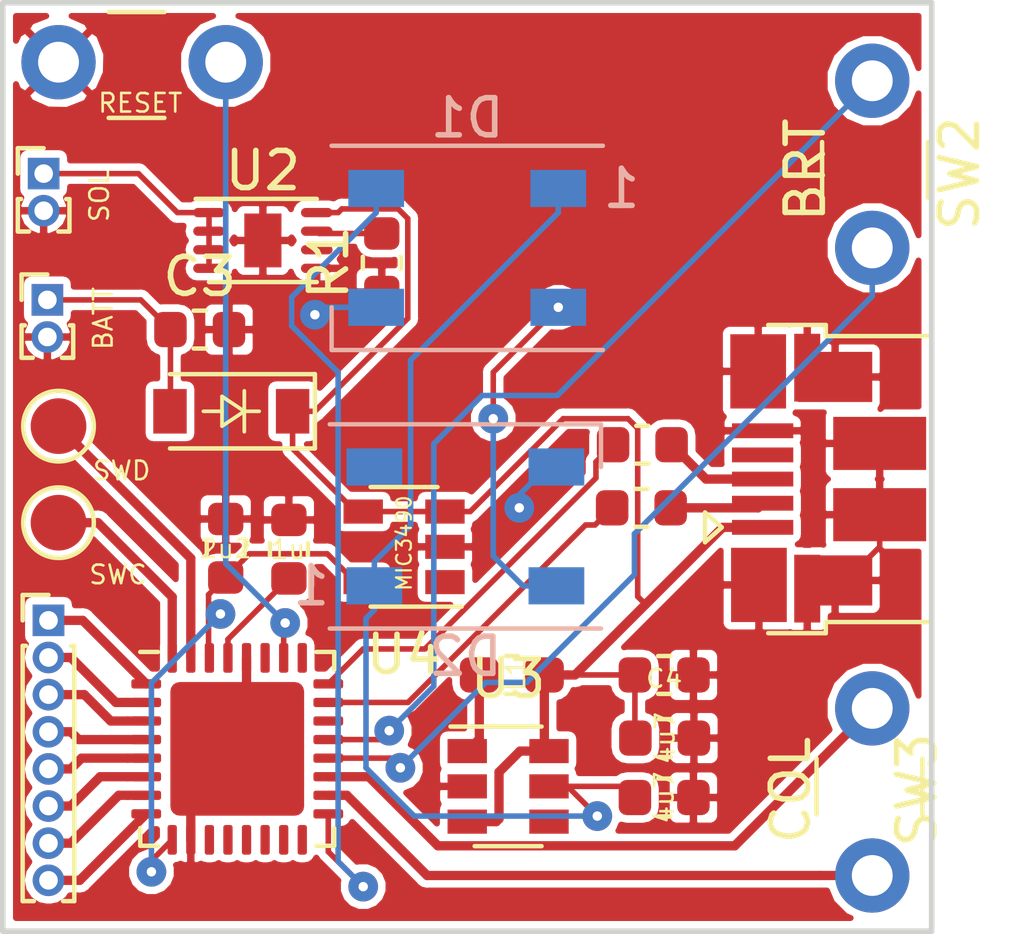
<source format=kicad_pcb>
(kicad_pcb (version 20171130) (host pcbnew "(5.0.1-3-g963ef8bb5)")

  (general
    (thickness 1.6)
    (drawings 4)
    (tracks 193)
    (zones 0)
    (modules 26)
    (nets 45)
  )

  (page A4)
  (layers
    (0 F.Cu signal)
    (31 B.Cu signal)
    (32 B.Adhes user)
    (33 F.Adhes user hide)
    (34 B.Paste user)
    (35 F.Paste user)
    (36 B.SilkS user)
    (37 F.SilkS user)
    (38 B.Mask user)
    (39 F.Mask user)
    (40 Dwgs.User user)
    (41 Cmts.User user)
    (42 Eco1.User user)
    (43 Eco2.User user)
    (44 Edge.Cuts user)
    (45 Margin user hide)
    (46 B.CrtYd user)
    (47 F.CrtYd user)
    (48 B.Fab user)
    (49 F.Fab user)
  )

  (setup
    (last_trace_width 0.15)
    (trace_clearance 0.15)
    (zone_clearance 0.2)
    (zone_45_only no)
    (trace_min 0.15)
    (segment_width 0.2)
    (edge_width 0.15)
    (via_size 0.8)
    (via_drill 0.254)
    (via_min_size 0.381)
    (via_min_drill 0.254)
    (uvia_size 0.3)
    (uvia_drill 0.1)
    (uvias_allowed no)
    (uvia_min_size 0.2)
    (uvia_min_drill 0.1)
    (pcb_text_width 0.3)
    (pcb_text_size 1.5 1.5)
    (mod_edge_width 0.15)
    (mod_text_size 1 1)
    (mod_text_width 0.15)
    (pad_size 1.524 1.524)
    (pad_drill 0.762)
    (pad_to_mask_clearance 0.051)
    (solder_mask_min_width 0.25)
    (aux_axis_origin 0 0)
    (visible_elements FFFFFF7F)
    (pcbplotparams
      (layerselection 0x010fc_ffffffff)
      (usegerberextensions false)
      (usegerberattributes false)
      (usegerberadvancedattributes false)
      (creategerberjobfile false)
      (excludeedgelayer true)
      (linewidth 0.100000)
      (plotframeref false)
      (viasonmask false)
      (mode 1)
      (useauxorigin false)
      (hpglpennumber 1)
      (hpglpenspeed 20)
      (hpglpendiameter 15.000000)
      (psnegative false)
      (psa4output false)
      (plotreference true)
      (plotvalue true)
      (plotinvisibletext false)
      (padsonsilk false)
      (subtractmaskfromsilk false)
      (outputformat 1)
      (mirror false)
      (drillshape 1)
      (scaleselection 1)
      (outputdirectory ""))
  )

  (net 0 "")
  (net 1 GND)
  (net 2 "Net-(C1-Pad1)")
  (net 3 /5v)
  (net 4 "Net-(C3-Pad1)")
  (net 5 VCC)
  (net 6 /3v3)
  (net 7 /light)
  (net 8 "Net-(D1-Pad2)")
  (net 9 "Net-(D2-Pad2)")
  (net 10 /Solar+)
  (net 11 "Net-(J3-Pad1)")
  (net 12 "Net-(J3-Pad2)")
  (net 13 "Net-(J3-Pad3)")
  (net 14 "Net-(J3-Pad4)")
  (net 15 "Net-(J3-Pad5)")
  (net 16 "Net-(J3-Pad6)")
  (net 17 "Net-(J3-Pad7)")
  (net 18 "Net-(J3-Pad8)")
  (net 19 "Net-(J4-Pad2)")
  (net 20 "Net-(J4-Pad3)")
  (net 21 "Net-(J4-Pad4)")
  (net 22 "Net-(L1-Pad1)")
  (net 23 "Net-(R1-Pad2)")
  (net 24 /D+)
  (net 25 /D-)
  (net 26 "Net-(SW1-Pad2)")
  (net 27 "Net-(SW2-Pad1)")
  (net 28 "Net-(SW2-Pad2)")
  (net 29 "Net-(SW3-Pad2)")
  (net 30 "Net-(SW3-Pad1)")
  (net 31 "Net-(TP1-Pad1)")
  (net 32 "Net-(TP2-Pad1)")
  (net 33 "Net-(U1-Pad11)")
  (net 34 "Net-(U1-Pad12)")
  (net 35 "Net-(U1-Pad13)")
  (net 36 "Net-(U1-Pad14)")
  (net 37 "Net-(U1-Pad15)")
  (net 38 "Net-(U1-Pad16)")
  (net 39 "Net-(U1-Pad22)")
  (net 40 "Net-(U1-Pad25)")
  (net 41 "Net-(U1-Pad27)")
  (net 42 "Net-(U2-Pad6)")
  (net 43 "Net-(U3-Pad4)")
  (net 44 "Net-(U4-Pad1)")

  (net_class Default "This is the default net class."
    (clearance 0.15)
    (trace_width 0.15)
    (via_dia 0.8)
    (via_drill 0.254)
    (uvia_dia 0.3)
    (uvia_drill 0.1)
    (add_net /3v3)
    (add_net /5v)
    (add_net /D+)
    (add_net /D-)
    (add_net /Solar+)
    (add_net /light)
    (add_net GND)
    (add_net "Net-(C1-Pad1)")
    (add_net "Net-(C3-Pad1)")
    (add_net "Net-(D1-Pad2)")
    (add_net "Net-(D2-Pad2)")
    (add_net "Net-(J3-Pad1)")
    (add_net "Net-(J3-Pad2)")
    (add_net "Net-(J3-Pad3)")
    (add_net "Net-(J3-Pad4)")
    (add_net "Net-(J3-Pad5)")
    (add_net "Net-(J3-Pad6)")
    (add_net "Net-(J3-Pad7)")
    (add_net "Net-(J3-Pad8)")
    (add_net "Net-(J4-Pad2)")
    (add_net "Net-(J4-Pad3)")
    (add_net "Net-(J4-Pad4)")
    (add_net "Net-(L1-Pad1)")
    (add_net "Net-(R1-Pad2)")
    (add_net "Net-(SW1-Pad2)")
    (add_net "Net-(SW2-Pad1)")
    (add_net "Net-(SW2-Pad2)")
    (add_net "Net-(SW3-Pad1)")
    (add_net "Net-(SW3-Pad2)")
    (add_net "Net-(TP1-Pad1)")
    (add_net "Net-(TP2-Pad1)")
    (add_net "Net-(U1-Pad11)")
    (add_net "Net-(U1-Pad12)")
    (add_net "Net-(U1-Pad13)")
    (add_net "Net-(U1-Pad14)")
    (add_net "Net-(U1-Pad15)")
    (add_net "Net-(U1-Pad16)")
    (add_net "Net-(U1-Pad22)")
    (add_net "Net-(U1-Pad25)")
    (add_net "Net-(U1-Pad27)")
    (add_net "Net-(U2-Pad6)")
    (add_net "Net-(U3-Pad4)")
    (add_net "Net-(U4-Pad1)")
    (add_net VCC)
  )

  (module Diode_SMD:D_SOD-123 (layer F.Cu) (tedit 5CC002AC) (tstamp 5CECD05D)
    (at 139.75 118.8 180)
    (descr SOD-123)
    (tags SOD-123)
    (path /5CAC133A)
    (attr smd)
    (fp_text reference D3 (at 0 -2 180) (layer F.SilkS) hide
      (effects (font (size 1 1) (thickness 0.15)))
    )
    (fp_text value D_Schottky_Small (at 0 2.1 180) (layer F.Fab) hide
      (effects (font (size 1 1) (thickness 0.15)))
    )
    (fp_text user %R (at 0 -2 180) (layer F.Fab) hide
      (effects (font (size 1 1) (thickness 0.15)))
    )
    (fp_line (start -2.25 -1) (end -2.25 1) (layer F.SilkS) (width 0.12))
    (fp_line (start 0.25 0) (end 0.75 0) (layer F.SilkS) (width 0.1))
    (fp_line (start 0.25 0.4) (end -0.35 0) (layer F.SilkS) (width 0.1))
    (fp_line (start 0.25 -0.4) (end 0.25 0.4) (layer F.SilkS) (width 0.1))
    (fp_line (start -0.35 0) (end 0.25 -0.4) (layer F.SilkS) (width 0.1))
    (fp_line (start -0.35 0) (end -0.35 0.55) (layer F.SilkS) (width 0.1))
    (fp_line (start -0.35 0) (end -0.35 -0.55) (layer F.SilkS) (width 0.1))
    (fp_line (start -0.75 0) (end -0.35 0) (layer F.SilkS) (width 0.1))
    (fp_line (start -1.4 0.9) (end -1.4 -0.9) (layer F.Fab) (width 0.1))
    (fp_line (start 1.4 0.9) (end -1.4 0.9) (layer F.Fab) (width 0.1))
    (fp_line (start 1.4 -0.9) (end 1.4 0.9) (layer F.Fab) (width 0.1))
    (fp_line (start -1.4 -0.9) (end 1.4 -0.9) (layer F.Fab) (width 0.1))
    (fp_line (start -2.35 -1.15) (end 2.35 -1.15) (layer F.CrtYd) (width 0.05))
    (fp_line (start 2.35 -1.15) (end 2.35 1.15) (layer F.CrtYd) (width 0.05))
    (fp_line (start 2.35 1.15) (end -2.35 1.15) (layer F.CrtYd) (width 0.05))
    (fp_line (start -2.35 -1.15) (end -2.35 1.15) (layer F.CrtYd) (width 0.05))
    (fp_line (start -2.25 1) (end 1.65 1) (layer F.SilkS) (width 0.12))
    (fp_line (start -2.25 -1) (end 1.65 -1) (layer F.SilkS) (width 0.12))
    (pad 1 smd rect (at -1.65 0 180) (size 0.9 1.2) (layers F.Cu F.Paste F.Mask)
      (net 5 VCC))
    (pad 2 smd rect (at 1.65 0 180) (size 0.9 1.2) (layers F.Cu F.Paste F.Mask)
      (net 4 "Net-(C3-Pad1)"))
    (model ${KISYS3DMOD}/Diode_SMD.3dshapes/D_SOD-123.wrl
      (at (xyz 0 0 0))
      (scale (xyz 1 1 1))
      (rotate (xyz 0 0 0))
    )
  )

  (module Connector_PinHeader_1.00mm:PinHeader_1x08_P1.00mm_Vertical (layer F.Cu) (tedit 5CC0011F) (tstamp 5CC0021D)
    (at 134.83 124.43)
    (descr "Through hole straight pin header, 1x08, 1.00mm pitch, single row")
    (tags "Through hole pin header THT 1x08 1.00mm single row")
    (path /5CC05465)
    (fp_text reference J3 (at 0 -1.56) (layer F.SilkS) hide
      (effects (font (size 1 1) (thickness 0.15)))
    )
    (fp_text value "breakout header" (at 0 8.56) (layer F.Fab) hide
      (effects (font (size 1 1) (thickness 0.15)))
    )
    (fp_text user %R (at 0 3.5 90) (layer F.Fab)
      (effects (font (size 0.76 0.76) (thickness 0.114)))
    )
    (fp_line (start 1.15 -1) (end -1.15 -1) (layer F.CrtYd) (width 0.05))
    (fp_line (start 1.15 8) (end 1.15 -1) (layer F.CrtYd) (width 0.05))
    (fp_line (start -1.15 8) (end 1.15 8) (layer F.CrtYd) (width 0.05))
    (fp_line (start -1.15 -1) (end -1.15 8) (layer F.CrtYd) (width 0.05))
    (fp_line (start -0.695 -0.685) (end 0 -0.685) (layer F.SilkS) (width 0.12))
    (fp_line (start -0.695 0) (end -0.695 -0.685) (layer F.SilkS) (width 0.12))
    (fp_line (start 0.608276 0.685) (end 0.695 0.685) (layer F.SilkS) (width 0.12))
    (fp_line (start -0.695 0.685) (end -0.608276 0.685) (layer F.SilkS) (width 0.12))
    (fp_line (start 0.695 0.685) (end 0.695 7.56) (layer F.SilkS) (width 0.12))
    (fp_line (start -0.695 0.685) (end -0.695 7.56) (layer F.SilkS) (width 0.12))
    (fp_line (start 0.394493 7.56) (end 0.695 7.56) (layer F.SilkS) (width 0.12))
    (fp_line (start -0.695 7.56) (end -0.394493 7.56) (layer F.SilkS) (width 0.12))
    (fp_line (start -0.635 -0.1825) (end -0.3175 -0.5) (layer F.Fab) (width 0.1))
    (fp_line (start -0.635 7.5) (end -0.635 -0.1825) (layer F.Fab) (width 0.1))
    (fp_line (start 0.635 7.5) (end -0.635 7.5) (layer F.Fab) (width 0.1))
    (fp_line (start 0.635 -0.5) (end 0.635 7.5) (layer F.Fab) (width 0.1))
    (fp_line (start -0.3175 -0.5) (end 0.635 -0.5) (layer F.Fab) (width 0.1))
    (pad 8 thru_hole oval (at 0 7) (size 0.85 0.85) (drill 0.5) (layers *.Cu *.Mask)
      (net 18 "Net-(J3-Pad8)"))
    (pad 7 thru_hole oval (at 0 6) (size 0.85 0.85) (drill 0.5) (layers *.Cu *.Mask)
      (net 17 "Net-(J3-Pad7)"))
    (pad 6 thru_hole oval (at 0 5) (size 0.85 0.85) (drill 0.5) (layers *.Cu *.Mask)
      (net 16 "Net-(J3-Pad6)"))
    (pad 5 thru_hole oval (at 0 4) (size 0.85 0.85) (drill 0.5) (layers *.Cu *.Mask)
      (net 15 "Net-(J3-Pad5)"))
    (pad 4 thru_hole oval (at 0 3) (size 0.85 0.85) (drill 0.5) (layers *.Cu *.Mask)
      (net 14 "Net-(J3-Pad4)"))
    (pad 3 thru_hole oval (at 0 2) (size 0.85 0.85) (drill 0.5) (layers *.Cu *.Mask)
      (net 13 "Net-(J3-Pad3)"))
    (pad 2 thru_hole oval (at 0 1) (size 0.85 0.85) (drill 0.5) (layers *.Cu *.Mask)
      (net 12 "Net-(J3-Pad2)"))
    (pad 1 thru_hole rect (at 0 0) (size 0.85 0.85) (drill 0.5) (layers *.Cu *.Mask)
      (net 11 "Net-(J3-Pad1)"))
    (model ${KISYS3DMOD}/Connector_PinHeader_1.00mm.3dshapes/PinHeader_1x08_P1.00mm_Vertical.wrl
      (at (xyz 0 0 0))
      (scale (xyz 1 1 1))
      (rotate (xyz 0 0 0))
    )
  )

  (module Capacitor_SMD:C_0603_1608Metric (layer F.Cu) (tedit 5CC003AC) (tstamp 5CECCFC1)
    (at 141.3 122.5125 90)
    (descr "Capacitor SMD 0603 (1608 Metric), square (rectangular) end terminal, IPC_7351 nominal, (Body size source: http://www.tortai-tech.com/upload/download/2011102023233369053.pdf), generated with kicad-footprint-generator")
    (tags capacitor)
    (path /5CB83AF3)
    (attr smd)
    (fp_text reference C1 (at 0 -1.43 90) (layer F.SilkS) hide
      (effects (font (size 1 1) (thickness 0.15)))
    )
    (fp_text value 1u (at -0.005001 -0.025001 180) (layer F.SilkS)
      (effects (font (size 0.5 0.5) (thickness 0.07)))
    )
    (fp_text user %R (at 0 0 90) (layer F.Fab) hide
      (effects (font (size 0.4 0.4) (thickness 0.06)))
    )
    (fp_line (start 1.48 0.73) (end -1.48 0.73) (layer F.CrtYd) (width 0.05))
    (fp_line (start 1.48 -0.73) (end 1.48 0.73) (layer F.CrtYd) (width 0.05))
    (fp_line (start -1.48 -0.73) (end 1.48 -0.73) (layer F.CrtYd) (width 0.05))
    (fp_line (start -1.48 0.73) (end -1.48 -0.73) (layer F.CrtYd) (width 0.05))
    (fp_line (start -0.162779 0.51) (end 0.162779 0.51) (layer F.SilkS) (width 0.12))
    (fp_line (start -0.162779 -0.51) (end 0.162779 -0.51) (layer F.SilkS) (width 0.12))
    (fp_line (start 0.8 0.4) (end -0.8 0.4) (layer F.Fab) (width 0.1))
    (fp_line (start 0.8 -0.4) (end 0.8 0.4) (layer F.Fab) (width 0.1))
    (fp_line (start -0.8 -0.4) (end 0.8 -0.4) (layer F.Fab) (width 0.1))
    (fp_line (start -0.8 0.4) (end -0.8 -0.4) (layer F.Fab) (width 0.1))
    (pad 2 smd roundrect (at 0.7875 0 90) (size 0.875 0.95) (layers F.Cu F.Paste F.Mask) (roundrect_rratio 0.25)
      (net 1 GND))
    (pad 1 smd roundrect (at -0.7875 0 90) (size 0.875 0.95) (layers F.Cu F.Paste F.Mask) (roundrect_rratio 0.25)
      (net 2 "Net-(C1-Pad1)"))
    (model ${KISYS3DMOD}/Capacitor_SMD.3dshapes/C_0603_1608Metric.wrl
      (at (xyz 0 0 0))
      (scale (xyz 1 1 1))
      (rotate (xyz 0 0 0))
    )
  )

  (module Capacitor_SMD:C_0603_1608Metric (layer F.Cu) (tedit 5CC00206) (tstamp 5CECCFD2)
    (at 151.4 129.2)
    (descr "Capacitor SMD 0603 (1608 Metric), square (rectangular) end terminal, IPC_7351 nominal, (Body size source: http://www.tortai-tech.com/upload/download/2011102023233369053.pdf), generated with kicad-footprint-generator")
    (tags capacitor)
    (path /5CC15B70)
    (attr smd)
    (fp_text reference C2 (at 0 -1.43) (layer F.SilkS) hide
      (effects (font (size 1 1) (thickness 0.15)))
    )
    (fp_text value 4u7 (at 0 0 90) (layer F.SilkS)
      (effects (font (size 0.5 0.5) (thickness 0.07)))
    )
    (fp_line (start -0.8 0.4) (end -0.8 -0.4) (layer F.Fab) (width 0.1))
    (fp_line (start -0.8 -0.4) (end 0.8 -0.4) (layer F.Fab) (width 0.1))
    (fp_line (start 0.8 -0.4) (end 0.8 0.4) (layer F.Fab) (width 0.1))
    (fp_line (start 0.8 0.4) (end -0.8 0.4) (layer F.Fab) (width 0.1))
    (fp_line (start -0.162779 -0.51) (end 0.162779 -0.51) (layer F.SilkS) (width 0.12))
    (fp_line (start -0.162779 0.51) (end 0.162779 0.51) (layer F.SilkS) (width 0.12))
    (fp_line (start -1.48 0.73) (end -1.48 -0.73) (layer F.CrtYd) (width 0.05))
    (fp_line (start -1.48 -0.73) (end 1.48 -0.73) (layer F.CrtYd) (width 0.05))
    (fp_line (start 1.48 -0.73) (end 1.48 0.73) (layer F.CrtYd) (width 0.05))
    (fp_line (start 1.48 0.73) (end -1.48 0.73) (layer F.CrtYd) (width 0.05))
    (fp_text user %R (at 0 0) (layer F.Fab) hide
      (effects (font (size 0.4 0.4) (thickness 0.06)))
    )
    (pad 1 smd roundrect (at -0.7875 0) (size 0.875 0.95) (layers F.Cu F.Paste F.Mask) (roundrect_rratio 0.25)
      (net 3 /5v))
    (pad 2 smd roundrect (at 0.7875 0) (size 0.875 0.95) (layers F.Cu F.Paste F.Mask) (roundrect_rratio 0.25)
      (net 1 GND))
    (model ${KISYS3DMOD}/Capacitor_SMD.3dshapes/C_0603_1608Metric.wrl
      (at (xyz 0 0 0))
      (scale (xyz 1 1 1))
      (rotate (xyz 0 0 0))
    )
  )

  (module Capacitor_SMD:C_0603_1608Metric (layer F.Cu) (tedit 5B301BBE) (tstamp 5CECCFE3)
    (at 138.9 116.6)
    (descr "Capacitor SMD 0603 (1608 Metric), square (rectangular) end terminal, IPC_7351 nominal, (Body size source: http://www.tortai-tech.com/upload/download/2011102023233369053.pdf), generated with kicad-footprint-generator")
    (tags capacitor)
    (path /5CAC5C29)
    (attr smd)
    (fp_text reference C3 (at 0 -1.43) (layer F.SilkS)
      (effects (font (size 1 1) (thickness 0.15)))
    )
    (fp_text value C_Small (at 0 1.43) (layer F.Fab)
      (effects (font (size 1 1) (thickness 0.15)))
    )
    (fp_line (start -0.8 0.4) (end -0.8 -0.4) (layer F.Fab) (width 0.1))
    (fp_line (start -0.8 -0.4) (end 0.8 -0.4) (layer F.Fab) (width 0.1))
    (fp_line (start 0.8 -0.4) (end 0.8 0.4) (layer F.Fab) (width 0.1))
    (fp_line (start 0.8 0.4) (end -0.8 0.4) (layer F.Fab) (width 0.1))
    (fp_line (start -0.162779 -0.51) (end 0.162779 -0.51) (layer F.SilkS) (width 0.12))
    (fp_line (start -0.162779 0.51) (end 0.162779 0.51) (layer F.SilkS) (width 0.12))
    (fp_line (start -1.48 0.73) (end -1.48 -0.73) (layer F.CrtYd) (width 0.05))
    (fp_line (start -1.48 -0.73) (end 1.48 -0.73) (layer F.CrtYd) (width 0.05))
    (fp_line (start 1.48 -0.73) (end 1.48 0.73) (layer F.CrtYd) (width 0.05))
    (fp_line (start 1.48 0.73) (end -1.48 0.73) (layer F.CrtYd) (width 0.05))
    (fp_text user %R (at 0 0) (layer F.Fab)
      (effects (font (size 0.4 0.4) (thickness 0.06)))
    )
    (pad 1 smd roundrect (at -0.7875 0) (size 0.875 0.95) (layers F.Cu F.Paste F.Mask) (roundrect_rratio 0.25)
      (net 4 "Net-(C3-Pad1)"))
    (pad 2 smd roundrect (at 0.7875 0) (size 0.875 0.95) (layers F.Cu F.Paste F.Mask) (roundrect_rratio 0.25)
      (net 1 GND))
    (model ${KISYS3DMOD}/Capacitor_SMD.3dshapes/C_0603_1608Metric.wrl
      (at (xyz 0 0 0))
      (scale (xyz 1 1 1))
      (rotate (xyz 0 0 0))
    )
  )

  (module Capacitor_SMD:C_0603_1608Metric (layer F.Cu) (tedit 5CC0037E) (tstamp 5CECCFF4)
    (at 151.4 125.9)
    (descr "Capacitor SMD 0603 (1608 Metric), square (rectangular) end terminal, IPC_7351 nominal, (Body size source: http://www.tortai-tech.com/upload/download/2011102023233369053.pdf), generated with kicad-footprint-generator")
    (tags capacitor)
    (path /5CBD9043)
    (attr smd)
    (fp_text reference C4 (at 0 0.1) (layer F.SilkS)
      (effects (font (size 0.5 0.5) (thickness 0.07)))
    )
    (fp_text value 1u (at 0 1.43) (layer F.Fab)
      (effects (font (size 1 1) (thickness 0.15)))
    )
    (fp_text user %R (at 0 0) (layer F.Fab)
      (effects (font (size 0.4 0.4) (thickness 0.06)))
    )
    (fp_line (start 1.48 0.73) (end -1.48 0.73) (layer F.CrtYd) (width 0.05))
    (fp_line (start 1.48 -0.73) (end 1.48 0.73) (layer F.CrtYd) (width 0.05))
    (fp_line (start -1.48 -0.73) (end 1.48 -0.73) (layer F.CrtYd) (width 0.05))
    (fp_line (start -1.48 0.73) (end -1.48 -0.73) (layer F.CrtYd) (width 0.05))
    (fp_line (start -0.162779 0.51) (end 0.162779 0.51) (layer F.SilkS) (width 0.12))
    (fp_line (start -0.162779 -0.51) (end 0.162779 -0.51) (layer F.SilkS) (width 0.12))
    (fp_line (start 0.8 0.4) (end -0.8 0.4) (layer F.Fab) (width 0.1))
    (fp_line (start 0.8 -0.4) (end 0.8 0.4) (layer F.Fab) (width 0.1))
    (fp_line (start -0.8 -0.4) (end 0.8 -0.4) (layer F.Fab) (width 0.1))
    (fp_line (start -0.8 0.4) (end -0.8 -0.4) (layer F.Fab) (width 0.1))
    (pad 2 smd roundrect (at 0.7875 0) (size 0.875 0.95) (layers F.Cu F.Paste F.Mask) (roundrect_rratio 0.25)
      (net 1 GND))
    (pad 1 smd roundrect (at -0.7875 0) (size 0.875 0.95) (layers F.Cu F.Paste F.Mask) (roundrect_rratio 0.25)
      (net 5 VCC))
    (model ${KISYS3DMOD}/Capacitor_SMD.3dshapes/C_0603_1608Metric.wrl
      (at (xyz 0 0 0))
      (scale (xyz 1 1 1))
      (rotate (xyz 0 0 0))
    )
  )

  (module Capacitor_SMD:C_0603_1608Metric (layer F.Cu) (tedit 5CC00320) (tstamp 5CC0044E)
    (at 139.6 122.4875 90)
    (descr "Capacitor SMD 0603 (1608 Metric), square (rectangular) end terminal, IPC_7351 nominal, (Body size source: http://www.tortai-tech.com/upload/download/2011102023233369053.pdf), generated with kicad-footprint-generator")
    (tags capacitor)
    (path /5CBD366B)
    (attr smd)
    (fp_text reference C5 (at 0 -1.43 90) (layer F.SilkS) hide
      (effects (font (size 1 1) (thickness 0.15)))
    )
    (fp_text value 2u2 (at -0.0125 0 180) (layer F.SilkS)
      (effects (font (size 0.5 0.5) (thickness 0.06)))
    )
    (fp_line (start -0.8 0.4) (end -0.8 -0.4) (layer F.Fab) (width 0.1))
    (fp_line (start -0.8 -0.4) (end 0.8 -0.4) (layer F.Fab) (width 0.1))
    (fp_line (start 0.8 -0.4) (end 0.8 0.4) (layer F.Fab) (width 0.1))
    (fp_line (start 0.8 0.4) (end -0.8 0.4) (layer F.Fab) (width 0.1))
    (fp_line (start -0.162779 -0.51) (end 0.162779 -0.51) (layer F.SilkS) (width 0.12))
    (fp_line (start -0.162779 0.51) (end 0.162779 0.51) (layer F.SilkS) (width 0.12))
    (fp_line (start -1.48 0.73) (end -1.48 -0.73) (layer F.CrtYd) (width 0.05))
    (fp_line (start -1.48 -0.73) (end 1.48 -0.73) (layer F.CrtYd) (width 0.05))
    (fp_line (start 1.48 -0.73) (end 1.48 0.73) (layer F.CrtYd) (width 0.05))
    (fp_line (start 1.48 0.73) (end -1.48 0.73) (layer F.CrtYd) (width 0.05))
    (fp_text user %R (at 1.2875 -1.1 90) (layer F.Fab) hide
      (effects (font (size 0.4 0.4) (thickness 0.06)))
    )
    (pad 1 smd roundrect (at -0.7875 0 90) (size 0.875 0.95) (layers F.Cu F.Paste F.Mask) (roundrect_rratio 0.25)
      (net 6 /3v3))
    (pad 2 smd roundrect (at 0.7875 0 90) (size 0.875 0.95) (layers F.Cu F.Paste F.Mask) (roundrect_rratio 0.25)
      (net 1 GND))
    (model ${KISYS3DMOD}/Capacitor_SMD.3dshapes/C_0603_1608Metric.wrl
      (at (xyz 0 0 0))
      (scale (xyz 1 1 1))
      (rotate (xyz 0 0 0))
    )
  )

  (module Capacitor_SMD:C_0603_1608Metric (layer F.Cu) (tedit 5CC001AF) (tstamp 5CECD016)
    (at 151.4125 127.6)
    (descr "Capacitor SMD 0603 (1608 Metric), square (rectangular) end terminal, IPC_7351 nominal, (Body size source: http://www.tortai-tech.com/upload/download/2011102023233369053.pdf), generated with kicad-footprint-generator")
    (tags capacitor)
    (path /5CC22A28)
    (attr smd)
    (fp_text reference C6 (at 0 -1.43) (layer F.SilkS) hide
      (effects (font (size 1 1) (thickness 0.15)))
    )
    (fp_text value 4u7 (at 0.0125 0 90) (layer F.SilkS)
      (effects (font (size 0.5 0.5) (thickness 0.07)))
    )
    (fp_text user %R (at 0 0) (layer F.Fab) hide
      (effects (font (size 0.4 0.4) (thickness 0.06)))
    )
    (fp_line (start 1.48 0.73) (end -1.48 0.73) (layer F.CrtYd) (width 0.05))
    (fp_line (start 1.48 -0.73) (end 1.48 0.73) (layer F.CrtYd) (width 0.05))
    (fp_line (start -1.48 -0.73) (end 1.48 -0.73) (layer F.CrtYd) (width 0.05))
    (fp_line (start -1.48 0.73) (end -1.48 -0.73) (layer F.CrtYd) (width 0.05))
    (fp_line (start -0.162779 0.51) (end 0.162779 0.51) (layer F.SilkS) (width 0.12))
    (fp_line (start -0.162779 -0.51) (end 0.162779 -0.51) (layer F.SilkS) (width 0.12))
    (fp_line (start 0.8 0.4) (end -0.8 0.4) (layer F.Fab) (width 0.1))
    (fp_line (start 0.8 -0.4) (end 0.8 0.4) (layer F.Fab) (width 0.1))
    (fp_line (start -0.8 -0.4) (end 0.8 -0.4) (layer F.Fab) (width 0.1))
    (fp_line (start -0.8 0.4) (end -0.8 -0.4) (layer F.Fab) (width 0.1))
    (pad 2 smd roundrect (at 0.7875 0) (size 0.875 0.95) (layers F.Cu F.Paste F.Mask) (roundrect_rratio 0.25)
      (net 1 GND))
    (pad 1 smd roundrect (at -0.7875 0) (size 0.875 0.95) (layers F.Cu F.Paste F.Mask) (roundrect_rratio 0.25)
      (net 5 VCC))
    (model ${KISYS3DMOD}/Capacitor_SMD.3dshapes/C_0603_1608Metric.wrl
      (at (xyz 0 0 0))
      (scale (xyz 1 1 1))
      (rotate (xyz 0 0 0))
    )
  )

  (module LED_SMD:LED_WS2812B_PLCC4_5.0x5.0mm_P3.2mm (layer B.Cu) (tedit 5CC005E3) (tstamp 5CED8C3B)
    (at 146.1 114.4 180)
    (descr https://cdn-shop.adafruit.com/datasheets/WS2812B.pdf)
    (tags "LED RGB NeoPixel")
    (path /5C920A2F)
    (attr smd)
    (fp_text reference D1 (at 0 3.5 180) (layer B.SilkS)
      (effects (font (size 1 1) (thickness 0.15)) (justify mirror))
    )
    (fp_text value WS2812B (at 0 -4 180) (layer B.Fab) hide
      (effects (font (size 1 1) (thickness 0.15)) (justify mirror))
    )
    (fp_text user 1 (at -4.15 1.6 180) (layer B.SilkS)
      (effects (font (size 1 1) (thickness 0.15)) (justify mirror))
    )
    (fp_text user %R (at 0 0 180) (layer B.Fab)
      (effects (font (size 0.8 0.8) (thickness 0.15)) (justify mirror))
    )
    (fp_line (start 3.45 2.75) (end -3.45 2.75) (layer B.CrtYd) (width 0.05))
    (fp_line (start 3.45 -2.75) (end 3.45 2.75) (layer B.CrtYd) (width 0.05))
    (fp_line (start -3.45 -2.75) (end 3.45 -2.75) (layer B.CrtYd) (width 0.05))
    (fp_line (start -3.45 2.75) (end -3.45 -2.75) (layer B.CrtYd) (width 0.05))
    (fp_line (start 2.5 -1.5) (end 1.5 -2.5) (layer B.Fab) (width 0.1))
    (fp_line (start -2.5 2.5) (end -2.5 -2.5) (layer B.Fab) (width 0.1))
    (fp_line (start -2.5 -2.5) (end 2.5 -2.5) (layer B.Fab) (width 0.1))
    (fp_line (start 2.5 -2.5) (end 2.5 2.5) (layer B.Fab) (width 0.1))
    (fp_line (start 2.5 2.5) (end -2.5 2.5) (layer B.Fab) (width 0.1))
    (fp_line (start -3.65 2.75) (end 3.65 2.75) (layer B.SilkS) (width 0.12))
    (fp_line (start -3.65 -2.75) (end 3.65 -2.75) (layer B.SilkS) (width 0.12))
    (fp_line (start 3.65 -2.75) (end 3.65 -1.6) (layer B.SilkS) (width 0.12))
    (fp_circle (center 0 0) (end 0 2) (layer B.Fab) (width 0.1))
    (pad 3 smd rect (at 2.45 -1.6 180) (size 1.5 1) (layers B.Cu B.Paste B.Mask)
      (net 1 GND))
    (pad 4 smd rect (at 2.45 1.6 180) (size 1.5 1) (layers B.Cu B.Paste B.Mask)
      (net 7 /light))
    (pad 2 smd rect (at -2.45 -1.6 180) (size 1.5 1) (layers B.Cu B.Paste B.Mask)
      (net 8 "Net-(D1-Pad2)"))
    (pad 1 smd rect (at -2.45 1.6 180) (size 1.5 1) (layers B.Cu B.Paste B.Mask)
      (net 3 /5v))
    (model ${KISYS3DMOD}/LED_SMD.3dshapes/LED_WS2812B_PLCC4_5.0x5.0mm_P3.2mm.wrl
      (at (xyz 0 0 0))
      (scale (xyz 1 1 1))
      (rotate (xyz 0 0 0))
    )
  )

  (module LED_SMD:LED_WS2812B_PLCC4_5.0x5.0mm_P3.2mm (layer B.Cu) (tedit 5AA4B285) (tstamp 5CECD044)
    (at 146.05 121.9)
    (descr https://cdn-shop.adafruit.com/datasheets/WS2812B.pdf)
    (tags "LED RGB NeoPixel")
    (path /5C920B0C)
    (attr smd)
    (fp_text reference D2 (at 0 3.5) (layer B.SilkS)
      (effects (font (size 1 1) (thickness 0.15)) (justify mirror))
    )
    (fp_text value WS2812B (at 0 -4) (layer B.Fab)
      (effects (font (size 1 1) (thickness 0.15)) (justify mirror))
    )
    (fp_circle (center 0 0) (end 0 2) (layer B.Fab) (width 0.1))
    (fp_line (start 3.65 -2.75) (end 3.65 -1.6) (layer B.SilkS) (width 0.12))
    (fp_line (start -3.65 -2.75) (end 3.65 -2.75) (layer B.SilkS) (width 0.12))
    (fp_line (start -3.65 2.75) (end 3.65 2.75) (layer B.SilkS) (width 0.12))
    (fp_line (start 2.5 2.5) (end -2.5 2.5) (layer B.Fab) (width 0.1))
    (fp_line (start 2.5 -2.5) (end 2.5 2.5) (layer B.Fab) (width 0.1))
    (fp_line (start -2.5 -2.5) (end 2.5 -2.5) (layer B.Fab) (width 0.1))
    (fp_line (start -2.5 2.5) (end -2.5 -2.5) (layer B.Fab) (width 0.1))
    (fp_line (start 2.5 -1.5) (end 1.5 -2.5) (layer B.Fab) (width 0.1))
    (fp_line (start -3.45 2.75) (end -3.45 -2.75) (layer B.CrtYd) (width 0.05))
    (fp_line (start -3.45 -2.75) (end 3.45 -2.75) (layer B.CrtYd) (width 0.05))
    (fp_line (start 3.45 -2.75) (end 3.45 2.75) (layer B.CrtYd) (width 0.05))
    (fp_line (start 3.45 2.75) (end -3.45 2.75) (layer B.CrtYd) (width 0.05))
    (fp_text user %R (at 0 0.2) (layer B.Fab)
      (effects (font (size 0.8 0.8) (thickness 0.15)) (justify mirror))
    )
    (fp_text user 1 (at -4.15 1.6) (layer B.SilkS)
      (effects (font (size 1 1) (thickness 0.15)) (justify mirror))
    )
    (pad 1 smd rect (at -2.45 1.6) (size 1.5 1) (layers B.Cu B.Paste B.Mask)
      (net 3 /5v))
    (pad 2 smd rect (at -2.45 -1.6) (size 1.5 1) (layers B.Cu B.Paste B.Mask)
      (net 9 "Net-(D2-Pad2)"))
    (pad 4 smd rect (at 2.45 1.6) (size 1.5 1) (layers B.Cu B.Paste B.Mask)
      (net 8 "Net-(D1-Pad2)"))
    (pad 3 smd rect (at 2.45 -1.6) (size 1.5 1) (layers B.Cu B.Paste B.Mask)
      (net 1 GND))
    (model ${KISYS3DMOD}/LED_SMD.3dshapes/LED_WS2812B_PLCC4_5.0x5.0mm_P3.2mm.wrl
      (at (xyz 0 0 0))
      (scale (xyz 1 1 1))
      (rotate (xyz 0 0 0))
    )
  )

  (module Connector_PinHeader_1.00mm:PinHeader_1x02_P1.00mm_Vertical (layer F.Cu) (tedit 5CC0032C) (tstamp 5CED961B)
    (at 134.7 112.4)
    (descr "Through hole straight pin header, 1x02, 1.00mm pitch, single row")
    (tags "Through hole pin header THT 1x02 1.00mm single row")
    (path /5CAC0F37)
    (fp_text reference J1 (at 0 -1.56) (layer F.SilkS) hide
      (effects (font (size 1 1) (thickness 0.15)))
    )
    (fp_text value SOL (at 1.5 0.6 90) (layer F.SilkS)
      (effects (font (size 0.5 0.5) (thickness 0.07)))
    )
    (fp_text user %R (at 0 0.5 90) (layer F.Fab)
      (effects (font (size 0.76 0.76) (thickness 0.114)))
    )
    (fp_line (start 1.15 -1) (end -1.15 -1) (layer F.CrtYd) (width 0.05))
    (fp_line (start 1.15 2) (end 1.15 -1) (layer F.CrtYd) (width 0.05))
    (fp_line (start -1.15 2) (end 1.15 2) (layer F.CrtYd) (width 0.05))
    (fp_line (start -1.15 -1) (end -1.15 2) (layer F.CrtYd) (width 0.05))
    (fp_line (start -0.695 -0.685) (end 0 -0.685) (layer F.SilkS) (width 0.12))
    (fp_line (start -0.695 0) (end -0.695 -0.685) (layer F.SilkS) (width 0.12))
    (fp_line (start 0.608276 0.685) (end 0.695 0.685) (layer F.SilkS) (width 0.12))
    (fp_line (start -0.695 0.685) (end -0.608276 0.685) (layer F.SilkS) (width 0.12))
    (fp_line (start 0.695 0.685) (end 0.695 1.56) (layer F.SilkS) (width 0.12))
    (fp_line (start -0.695 0.685) (end -0.695 1.56) (layer F.SilkS) (width 0.12))
    (fp_line (start 0.394493 1.56) (end 0.695 1.56) (layer F.SilkS) (width 0.12))
    (fp_line (start -0.695 1.56) (end -0.394493 1.56) (layer F.SilkS) (width 0.12))
    (fp_line (start -0.635 -0.1825) (end -0.3175 -0.5) (layer F.Fab) (width 0.1))
    (fp_line (start -0.635 1.5) (end -0.635 -0.1825) (layer F.Fab) (width 0.1))
    (fp_line (start 0.635 1.5) (end -0.635 1.5) (layer F.Fab) (width 0.1))
    (fp_line (start 0.635 -0.5) (end 0.635 1.5) (layer F.Fab) (width 0.1))
    (fp_line (start -0.3175 -0.5) (end 0.635 -0.5) (layer F.Fab) (width 0.1))
    (pad 2 thru_hole oval (at 0 1) (size 0.85 0.85) (drill 0.5) (layers *.Cu *.Mask)
      (net 1 GND))
    (pad 1 thru_hole rect (at 0 0) (size 0.85 0.85) (drill 0.5) (layers *.Cu *.Mask)
      (net 10 /Solar+))
    (model ${KISYS3DMOD}/Connector_PinHeader_1.00mm.3dshapes/PinHeader_1x02_P1.00mm_Vertical.wrl
      (at (xyz 0 0 0))
      (scale (xyz 1 1 1))
      (rotate (xyz 0 0 0))
    )
  )

  (module Connector_PinHeader_1.00mm:PinHeader_1x02_P1.00mm_Vertical (layer F.Cu) (tedit 5CC002C0) (tstamp 5CECD08D)
    (at 134.8 115.8)
    (descr "Through hole straight pin header, 1x02, 1.00mm pitch, single row")
    (tags "Through hole pin header THT 1x02 1.00mm single row")
    (path /5CAC0189)
    (fp_text reference J2 (at 0 -1.56) (layer F.SilkS) hide
      (effects (font (size 1 1) (thickness 0.15)))
    )
    (fp_text value BATT (at 1.5 0.5 90) (layer F.SilkS)
      (effects (font (size 0.5 0.5) (thickness 0.07)))
    )
    (fp_line (start -0.3175 -0.5) (end 0.635 -0.5) (layer F.Fab) (width 0.1))
    (fp_line (start 0.635 -0.5) (end 0.635 1.5) (layer F.Fab) (width 0.1))
    (fp_line (start 0.635 1.5) (end -0.635 1.5) (layer F.Fab) (width 0.1))
    (fp_line (start -0.635 1.5) (end -0.635 -0.1825) (layer F.Fab) (width 0.1))
    (fp_line (start -0.635 -0.1825) (end -0.3175 -0.5) (layer F.Fab) (width 0.1))
    (fp_line (start -0.695 1.56) (end -0.394493 1.56) (layer F.SilkS) (width 0.12))
    (fp_line (start 0.394493 1.56) (end 0.695 1.56) (layer F.SilkS) (width 0.12))
    (fp_line (start -0.695 0.685) (end -0.695 1.56) (layer F.SilkS) (width 0.12))
    (fp_line (start 0.695 0.685) (end 0.695 1.56) (layer F.SilkS) (width 0.12))
    (fp_line (start -0.695 0.685) (end -0.608276 0.685) (layer F.SilkS) (width 0.12))
    (fp_line (start 0.608276 0.685) (end 0.695 0.685) (layer F.SilkS) (width 0.12))
    (fp_line (start -0.695 0) (end -0.695 -0.685) (layer F.SilkS) (width 0.12))
    (fp_line (start -0.695 -0.685) (end 0 -0.685) (layer F.SilkS) (width 0.12))
    (fp_line (start -1.15 -1) (end -1.15 2) (layer F.CrtYd) (width 0.05))
    (fp_line (start -1.15 2) (end 1.15 2) (layer F.CrtYd) (width 0.05))
    (fp_line (start 1.15 2) (end 1.15 -1) (layer F.CrtYd) (width 0.05))
    (fp_line (start 1.15 -1) (end -1.15 -1) (layer F.CrtYd) (width 0.05))
    (fp_text user %R (at 0 0.5 90) (layer F.Fab)
      (effects (font (size 0.76 0.76) (thickness 0.114)))
    )
    (pad 1 thru_hole rect (at 0 0) (size 0.85 0.85) (drill 0.5) (layers *.Cu *.Mask)
      (net 4 "Net-(C3-Pad1)"))
    (pad 2 thru_hole oval (at 0 1) (size 0.85 0.85) (drill 0.5) (layers *.Cu *.Mask)
      (net 1 GND))
    (model ${KISYS3DMOD}/Connector_PinHeader_1.00mm.3dshapes/PinHeader_1x02_P1.00mm_Vertical.wrl
      (at (xyz 0 0 0))
      (scale (xyz 1 1 1))
      (rotate (xyz 0 0 0))
    )
  )

  (module Resistor_SMD:R_0603_1608Metric_Pad1.05x0.95mm_HandSolder (layer F.Cu) (tedit 5CC00363) (tstamp 5CECD135)
    (at 147.3 125.9)
    (descr "Resistor SMD 0603 (1608 Metric), square (rectangular) end terminal, IPC_7351 nominal with elongated pad for handsoldering. (Body size source: http://www.tortai-tech.com/upload/download/2011102023233369053.pdf), generated with kicad-footprint-generator")
    (tags "resistor handsolder")
    (path /5CBE656A)
    (attr smd)
    (fp_text reference L1 (at 0.1 0 90) (layer F.SilkS)
      (effects (font (size 0.5 0.5) (thickness 0.07)))
    )
    (fp_text value 4.7uH (at 0 1.43) (layer F.Fab)
      (effects (font (size 1 1) (thickness 0.15)))
    )
    (fp_line (start -0.8 0.4) (end -0.8 -0.4) (layer F.Fab) (width 0.1))
    (fp_line (start -0.8 -0.4) (end 0.8 -0.4) (layer F.Fab) (width 0.1))
    (fp_line (start 0.8 -0.4) (end 0.8 0.4) (layer F.Fab) (width 0.1))
    (fp_line (start 0.8 0.4) (end -0.8 0.4) (layer F.Fab) (width 0.1))
    (fp_line (start -0.171267 -0.51) (end 0.171267 -0.51) (layer F.SilkS) (width 0.12))
    (fp_line (start -0.171267 0.51) (end 0.171267 0.51) (layer F.SilkS) (width 0.12))
    (fp_line (start -1.65 0.73) (end -1.65 -0.73) (layer F.CrtYd) (width 0.05))
    (fp_line (start -1.65 -0.73) (end 1.65 -0.73) (layer F.CrtYd) (width 0.05))
    (fp_line (start 1.65 -0.73) (end 1.65 0.73) (layer F.CrtYd) (width 0.05))
    (fp_line (start 1.65 0.73) (end -1.65 0.73) (layer F.CrtYd) (width 0.05))
    (fp_text user %R (at 0 0) (layer F.Fab) hide
      (effects (font (size 0.4 0.4) (thickness 0.06)))
    )
    (pad 1 smd roundrect (at -0.875 0) (size 1.05 0.95) (layers F.Cu F.Paste F.Mask) (roundrect_rratio 0.25)
      (net 22 "Net-(L1-Pad1)"))
    (pad 2 smd roundrect (at 0.875 0) (size 1.05 0.95) (layers F.Cu F.Paste F.Mask) (roundrect_rratio 0.25)
      (net 5 VCC))
    (model ${KISYS3DMOD}/Resistor_SMD.3dshapes/R_0603_1608Metric.wrl
      (at (xyz 0 0 0))
      (scale (xyz 1 1 1))
      (rotate (xyz 0 0 0))
    )
  )

  (module Resistor_SMD:R_0603_1608Metric (layer F.Cu) (tedit 5CC00131) (tstamp 5CECD146)
    (at 143.8 114.8 90)
    (descr "Resistor SMD 0603 (1608 Metric), square (rectangular) end terminal, IPC_7351 nominal, (Body size source: http://www.tortai-tech.com/upload/download/2011102023233369053.pdf), generated with kicad-footprint-generator")
    (tags resistor)
    (path /5CACB93D)
    (attr smd)
    (fp_text reference R1 (at 0 -1.43 90) (layer F.SilkS)
      (effects (font (size 1 1) (thickness 0.15)))
    )
    (fp_text value R_Small (at 0 1.43 90) (layer F.Fab) hide
      (effects (font (size 1 1) (thickness 0.15)))
    )
    (fp_line (start -0.8 0.4) (end -0.8 -0.4) (layer F.Fab) (width 0.1))
    (fp_line (start -0.8 -0.4) (end 0.8 -0.4) (layer F.Fab) (width 0.1))
    (fp_line (start 0.8 -0.4) (end 0.8 0.4) (layer F.Fab) (width 0.1))
    (fp_line (start 0.8 0.4) (end -0.8 0.4) (layer F.Fab) (width 0.1))
    (fp_line (start -0.162779 -0.51) (end 0.162779 -0.51) (layer F.SilkS) (width 0.12))
    (fp_line (start -0.162779 0.51) (end 0.162779 0.51) (layer F.SilkS) (width 0.12))
    (fp_line (start -1.48 0.73) (end -1.48 -0.73) (layer F.CrtYd) (width 0.05))
    (fp_line (start -1.48 -0.73) (end 1.48 -0.73) (layer F.CrtYd) (width 0.05))
    (fp_line (start 1.48 -0.73) (end 1.48 0.73) (layer F.CrtYd) (width 0.05))
    (fp_line (start 1.48 0.73) (end -1.48 0.73) (layer F.CrtYd) (width 0.05))
    (fp_text user %R (at 0 0 90) (layer F.Fab)
      (effects (font (size 0.4 0.4) (thickness 0.06)))
    )
    (pad 1 smd roundrect (at -0.7875 0 90) (size 0.875 0.95) (layers F.Cu F.Paste F.Mask) (roundrect_rratio 0.25)
      (net 1 GND))
    (pad 2 smd roundrect (at 0.7875 0 90) (size 0.875 0.95) (layers F.Cu F.Paste F.Mask) (roundrect_rratio 0.25)
      (net 23 "Net-(R1-Pad2)"))
    (model ${KISYS3DMOD}/Resistor_SMD.3dshapes/R_0603_1608Metric.wrl
      (at (xyz 0 0 0))
      (scale (xyz 1 1 1))
      (rotate (xyz 0 0 0))
    )
  )

  (module Resistor_SMD:R_0603_1608Metric (layer F.Cu) (tedit 5CC0033F) (tstamp 5CECD157)
    (at 150.8125 119.7)
    (descr "Resistor SMD 0603 (1608 Metric), square (rectangular) end terminal, IPC_7351 nominal, (Body size source: http://www.tortai-tech.com/upload/download/2011102023233369053.pdf), generated with kicad-footprint-generator")
    (tags resistor)
    (path /5CBFA98F)
    (attr smd)
    (fp_text reference R2 (at 0 -1.43) (layer F.SilkS) hide
      (effects (font (size 1 1) (thickness 0.15)))
    )
    (fp_text value R_Small (at 0 1.43) (layer F.Fab) hide
      (effects (font (size 1 1) (thickness 0.15)))
    )
    (fp_text user %R (at 0 0) (layer F.Fab)
      (effects (font (size 0.4 0.4) (thickness 0.06)))
    )
    (fp_line (start 1.48 0.73) (end -1.48 0.73) (layer F.CrtYd) (width 0.05))
    (fp_line (start 1.48 -0.73) (end 1.48 0.73) (layer F.CrtYd) (width 0.05))
    (fp_line (start -1.48 -0.73) (end 1.48 -0.73) (layer F.CrtYd) (width 0.05))
    (fp_line (start -1.48 0.73) (end -1.48 -0.73) (layer F.CrtYd) (width 0.05))
    (fp_line (start -0.162779 0.51) (end 0.162779 0.51) (layer F.SilkS) (width 0.12))
    (fp_line (start -0.162779 -0.51) (end 0.162779 -0.51) (layer F.SilkS) (width 0.12))
    (fp_line (start 0.8 0.4) (end -0.8 0.4) (layer F.Fab) (width 0.1))
    (fp_line (start 0.8 -0.4) (end 0.8 0.4) (layer F.Fab) (width 0.1))
    (fp_line (start -0.8 -0.4) (end 0.8 -0.4) (layer F.Fab) (width 0.1))
    (fp_line (start -0.8 0.4) (end -0.8 -0.4) (layer F.Fab) (width 0.1))
    (pad 2 smd roundrect (at 0.7875 0) (size 0.875 0.95) (layers F.Cu F.Paste F.Mask) (roundrect_rratio 0.25)
      (net 20 "Net-(J4-Pad3)"))
    (pad 1 smd roundrect (at -0.7875 0) (size 0.875 0.95) (layers F.Cu F.Paste F.Mask) (roundrect_rratio 0.25)
      (net 24 /D+))
    (model ${KISYS3DMOD}/Resistor_SMD.3dshapes/R_0603_1608Metric.wrl
      (at (xyz 0 0 0))
      (scale (xyz 1 1 1))
      (rotate (xyz 0 0 0))
    )
  )

  (module Resistor_SMD:R_0603_1608Metric (layer F.Cu) (tedit 5CC00345) (tstamp 5CBFFE6B)
    (at 150.7875 121.4 180)
    (descr "Resistor SMD 0603 (1608 Metric), square (rectangular) end terminal, IPC_7351 nominal, (Body size source: http://www.tortai-tech.com/upload/download/2011102023233369053.pdf), generated with kicad-footprint-generator")
    (tags resistor)
    (path /5CBFE4C5)
    (attr smd)
    (fp_text reference "" (at 0 -1.43 180) (layer F.SilkS) hide
      (effects (font (size 1 1) (thickness 0.15)))
    )
    (fp_text value R_Small (at 0 1.43 180) (layer F.Fab) hide
      (effects (font (size 1 1) (thickness 0.15)))
    )
    (fp_line (start -0.8 0.4) (end -0.8 -0.4) (layer F.Fab) (width 0.1))
    (fp_line (start -0.8 -0.4) (end 0.8 -0.4) (layer F.Fab) (width 0.1))
    (fp_line (start 0.8 -0.4) (end 0.8 0.4) (layer F.Fab) (width 0.1))
    (fp_line (start 0.8 0.4) (end -0.8 0.4) (layer F.Fab) (width 0.1))
    (fp_line (start -0.162779 -0.51) (end 0.162779 -0.51) (layer F.SilkS) (width 0.12))
    (fp_line (start -0.162779 0.51) (end 0.162779 0.51) (layer F.SilkS) (width 0.12))
    (fp_line (start -1.48 0.73) (end -1.48 -0.73) (layer F.CrtYd) (width 0.05))
    (fp_line (start -1.48 -0.73) (end 1.48 -0.73) (layer F.CrtYd) (width 0.05))
    (fp_line (start 1.48 -0.73) (end 1.48 0.73) (layer F.CrtYd) (width 0.05))
    (fp_line (start 1.48 0.73) (end -1.48 0.73) (layer F.CrtYd) (width 0.05))
    (fp_text user %R (at 0 0 180) (layer F.Fab)
      (effects (font (size 0.4 0.4) (thickness 0.06)))
    )
    (pad 1 smd roundrect (at -0.7875 0 180) (size 0.875 0.95) (layers F.Cu F.Paste F.Mask) (roundrect_rratio 0.25)
      (net 19 "Net-(J4-Pad2)"))
    (pad 2 smd roundrect (at 0.7875 0 180) (size 0.875 0.95) (layers F.Cu F.Paste F.Mask) (roundrect_rratio 0.25)
      (net 25 /D-))
    (model ${KISYS3DMOD}/Resistor_SMD.3dshapes/R_0603_1608Metric.wrl
      (at (xyz 0 0 0))
      (scale (xyz 1 1 1))
      (rotate (xyz 0 0 0))
    )
  )

  (module TestPoint:TestPoint_Pad_D1.5mm (layer F.Cu) (tedit 5CBFFDF9) (tstamp 5CECD1CD)
    (at 135.1 121.8)
    (descr "SMD pad as test Point, diameter 1.5mm")
    (tags "test point SMD pad")
    (path /5CBCF427)
    (attr virtual)
    (fp_text reference TP1 (at 0 -1.648) (layer Dwgs.User) hide
      (effects (font (size 1 1) (thickness 0.15)))
    )
    (fp_text value SWC (at 1.6 1.4) (layer F.SilkS)
      (effects (font (size 0.5 0.5) (thickness 0.07)))
    )
    (fp_circle (center 0 0) (end 0 0.95) (layer F.SilkS) (width 0.12))
    (fp_circle (center 0 0) (end 1.25 0) (layer F.CrtYd) (width 0.05))
    (fp_text user %R (at 0 -1.65) (layer F.Fab) hide
      (effects (font (size 1 1) (thickness 0.15)))
    )
    (pad 1 smd circle (at 0 0) (size 1.5 1.5) (layers F.Cu F.Mask)
      (net 31 "Net-(TP1-Pad1)"))
  )

  (module TestPoint:TestPoint_Pad_D1.5mm (layer F.Cu) (tedit 5CBFFDC3) (tstamp 5CC002A7)
    (at 135.1 119.2)
    (descr "SMD pad as test Point, diameter 1.5mm")
    (tags "test point SMD pad")
    (path /5CBCF081)
    (attr virtual)
    (fp_text reference TP2 (at 0 -1.648) (layer F.SilkS) hide
      (effects (font (size 1 1) (thickness 0.15)))
    )
    (fp_text value SWD (at 1.7 1.2) (layer F.SilkS)
      (effects (font (size 0.5 0.5) (thickness 0.07)))
    )
    (fp_text user %R (at 0 -1.65) (layer F.Fab) hide
      (effects (font (size 1 1) (thickness 0.15)))
    )
    (fp_circle (center 0 0) (end 1.25 0) (layer F.CrtYd) (width 0.05))
    (fp_circle (center 0 0) (end 0 0.95) (layer F.SilkS) (width 0.12))
    (pad 1 smd circle (at 0 0) (size 1.5 1.5) (layers F.Cu F.Mask)
      (net 32 "Net-(TP2-Pad1)"))
  )

  (module Package_DFN_QFN:QFN-32-1EP_5x5mm_P0.5mm_EP3.6x3.6mm (layer F.Cu) (tedit 5CC002A7) (tstamp 5CECD214)
    (at 139.91 127.89)
    (descr "QFN, 32 Pin (http://infocenter.nordicsemi.com/pdf/nRF52810_PS_v1.1.pdf (Page 468)), generated with kicad-footprint-generator ipc_dfn_qfn_generator.py")
    (tags "QFN DFN_QFN")
    (path /5CB82200)
    (attr smd)
    (fp_text reference U1 (at 0 -3.8) (layer F.SilkS) hide
      (effects (font (size 1 1) (thickness 0.15)))
    )
    (fp_text value ATSAMD21E18A-MU (at 0 3.8) (layer F.Fab) hide
      (effects (font (size 1 1) (thickness 0.15)))
    )
    (fp_line (start 2.135 -2.61) (end 2.61 -2.61) (layer F.SilkS) (width 0.12))
    (fp_line (start 2.61 -2.61) (end 2.61 -2.135) (layer F.SilkS) (width 0.12))
    (fp_line (start -2.135 2.61) (end -2.61 2.61) (layer F.SilkS) (width 0.12))
    (fp_line (start -2.61 2.61) (end -2.61 2.135) (layer F.SilkS) (width 0.12))
    (fp_line (start 2.135 2.61) (end 2.61 2.61) (layer F.SilkS) (width 0.12))
    (fp_line (start 2.61 2.61) (end 2.61 2.135) (layer F.SilkS) (width 0.12))
    (fp_line (start -2.135 -2.61) (end -2.61 -2.61) (layer F.SilkS) (width 0.12))
    (fp_line (start -1.5 -2.5) (end 2.5 -2.5) (layer F.Fab) (width 0.1))
    (fp_line (start 2.5 -2.5) (end 2.5 2.5) (layer F.Fab) (width 0.1))
    (fp_line (start 2.5 2.5) (end -2.5 2.5) (layer F.Fab) (width 0.1))
    (fp_line (start -2.5 2.5) (end -2.5 -1.5) (layer F.Fab) (width 0.1))
    (fp_line (start -2.5 -1.5) (end -1.5 -2.5) (layer F.Fab) (width 0.1))
    (fp_line (start -3.1 -3.1) (end -3.1 3.1) (layer F.CrtYd) (width 0.05))
    (fp_line (start -3.1 3.1) (end 3.1 3.1) (layer F.CrtYd) (width 0.05))
    (fp_line (start 3.1 3.1) (end 3.1 -3.1) (layer F.CrtYd) (width 0.05))
    (fp_line (start 3.1 -3.1) (end -3.1 -3.1) (layer F.CrtYd) (width 0.05))
    (fp_text user %R (at 0 0) (layer F.Fab)
      (effects (font (size 1 1) (thickness 0.15)))
    )
    (pad 33 smd roundrect (at 0 0) (size 3.6 3.6) (layers F.Cu F.Mask) (roundrect_rratio 0.06944400000000001)
      (net 1 GND))
    (pad "" smd roundrect (at -1.2 -1.2) (size 0.97 0.97) (layers F.Paste) (roundrect_rratio 0.25))
    (pad "" smd roundrect (at -1.2 0) (size 0.97 0.97) (layers F.Paste) (roundrect_rratio 0.25))
    (pad "" smd roundrect (at -1.2 1.2) (size 0.97 0.97) (layers F.Paste) (roundrect_rratio 0.25))
    (pad "" smd roundrect (at 0 -1.2) (size 0.97 0.97) (layers F.Paste) (roundrect_rratio 0.25))
    (pad "" smd roundrect (at 0 0) (size 0.97 0.97) (layers F.Paste) (roundrect_rratio 0.25))
    (pad "" smd roundrect (at 0 1.2) (size 0.97 0.97) (layers F.Paste) (roundrect_rratio 0.25))
    (pad "" smd roundrect (at 1.2 -1.2) (size 0.97 0.97) (layers F.Paste) (roundrect_rratio 0.25))
    (pad "" smd roundrect (at 1.2 0) (size 0.97 0.97) (layers F.Paste) (roundrect_rratio 0.25))
    (pad "" smd roundrect (at 1.2 1.2) (size 0.97 0.97) (layers F.Paste) (roundrect_rratio 0.25))
    (pad 1 smd roundrect (at -2.45 -1.75) (size 0.8 0.25) (layers F.Cu F.Paste F.Mask) (roundrect_rratio 0.25)
      (net 11 "Net-(J3-Pad1)"))
    (pad 2 smd roundrect (at -2.45 -1.25) (size 0.8 0.25) (layers F.Cu F.Paste F.Mask) (roundrect_rratio 0.25)
      (net 12 "Net-(J3-Pad2)"))
    (pad 3 smd roundrect (at -2.45 -0.75) (size 0.8 0.25) (layers F.Cu F.Paste F.Mask) (roundrect_rratio 0.25)
      (net 13 "Net-(J3-Pad3)"))
    (pad 4 smd roundrect (at -2.45 -0.25) (size 0.8 0.25) (layers F.Cu F.Paste F.Mask) (roundrect_rratio 0.25)
      (net 14 "Net-(J3-Pad4)"))
    (pad 5 smd roundrect (at -2.45 0.25) (size 0.8 0.25) (layers F.Cu F.Paste F.Mask) (roundrect_rratio 0.25)
      (net 15 "Net-(J3-Pad5)"))
    (pad 6 smd roundrect (at -2.45 0.75) (size 0.8 0.25) (layers F.Cu F.Paste F.Mask) (roundrect_rratio 0.25)
      (net 16 "Net-(J3-Pad6)"))
    (pad 7 smd roundrect (at -2.45 1.25) (size 0.8 0.25) (layers F.Cu F.Paste F.Mask) (roundrect_rratio 0.25)
      (net 17 "Net-(J3-Pad7)"))
    (pad 8 smd roundrect (at -2.45 1.75) (size 0.8 0.25) (layers F.Cu F.Paste F.Mask) (roundrect_rratio 0.25)
      (net 18 "Net-(J3-Pad8)"))
    (pad 9 smd roundrect (at -1.75 2.45) (size 0.25 0.8) (layers F.Cu F.Paste F.Mask) (roundrect_rratio 0.25)
      (net 6 /3v3))
    (pad 10 smd roundrect (at -1.25 2.45) (size 0.25 0.8) (layers F.Cu F.Paste F.Mask) (roundrect_rratio 0.25)
      (net 1 GND))
    (pad 11 smd roundrect (at -0.75 2.45) (size 0.25 0.8) (layers F.Cu F.Paste F.Mask) (roundrect_rratio 0.25)
      (net 33 "Net-(U1-Pad11)"))
    (pad 12 smd roundrect (at -0.25 2.45) (size 0.25 0.8) (layers F.Cu F.Paste F.Mask) (roundrect_rratio 0.25)
      (net 34 "Net-(U1-Pad12)"))
    (pad 13 smd roundrect (at 0.25 2.45) (size 0.25 0.8) (layers F.Cu F.Paste F.Mask) (roundrect_rratio 0.25)
      (net 35 "Net-(U1-Pad13)"))
    (pad 14 smd roundrect (at 0.75 2.45) (size 0.25 0.8) (layers F.Cu F.Paste F.Mask) (roundrect_rratio 0.25)
      (net 36 "Net-(U1-Pad14)"))
    (pad 15 smd roundrect (at 1.25 2.45) (size 0.25 0.8) (layers F.Cu F.Paste F.Mask) (roundrect_rratio 0.25)
      (net 37 "Net-(U1-Pad15)"))
    (pad 16 smd roundrect (at 1.75 2.45) (size 0.25 0.8) (layers F.Cu F.Paste F.Mask) (roundrect_rratio 0.25)
      (net 38 "Net-(U1-Pad16)"))
    (pad 17 smd roundrect (at 2.45 1.75) (size 0.8 0.25) (layers F.Cu F.Paste F.Mask) (roundrect_rratio 0.25)
      (net 7 /light))
    (pad 18 smd roundrect (at 2.45 1.25) (size 0.8 0.25) (layers F.Cu F.Paste F.Mask) (roundrect_rratio 0.25)
      (net 29 "Net-(SW3-Pad2)"))
    (pad 19 smd roundrect (at 2.45 0.75) (size 0.8 0.25) (layers F.Cu F.Paste F.Mask) (roundrect_rratio 0.25)
      (net 30 "Net-(SW3-Pad1)"))
    (pad 20 smd roundrect (at 2.45 0.25) (size 0.8 0.25) (layers F.Cu F.Paste F.Mask) (roundrect_rratio 0.25)
      (net 27 "Net-(SW2-Pad1)"))
    (pad 21 smd roundrect (at 2.45 -0.25) (size 0.8 0.25) (layers F.Cu F.Paste F.Mask) (roundrect_rratio 0.25)
      (net 28 "Net-(SW2-Pad2)"))
    (pad 22 smd roundrect (at 2.45 -0.75) (size 0.8 0.25) (layers F.Cu F.Paste F.Mask) (roundrect_rratio 0.25)
      (net 39 "Net-(U1-Pad22)"))
    (pad 23 smd roundrect (at 2.45 -1.25) (size 0.8 0.25) (layers F.Cu F.Paste F.Mask) (roundrect_rratio 0.25)
      (net 25 /D-))
    (pad 24 smd roundrect (at 2.45 -1.75) (size 0.8 0.25) (layers F.Cu F.Paste F.Mask) (roundrect_rratio 0.25)
      (net 24 /D+))
    (pad 25 smd roundrect (at 1.75 -2.45) (size 0.25 0.8) (layers F.Cu F.Paste F.Mask) (roundrect_rratio 0.25)
      (net 40 "Net-(U1-Pad25)"))
    (pad 26 smd roundrect (at 1.25 -2.45) (size 0.25 0.8) (layers F.Cu F.Paste F.Mask) (roundrect_rratio 0.25)
      (net 26 "Net-(SW1-Pad2)"))
    (pad 27 smd roundrect (at 0.75 -2.45) (size 0.25 0.8) (layers F.Cu F.Paste F.Mask) (roundrect_rratio 0.25)
      (net 41 "Net-(U1-Pad27)"))
    (pad 28 smd roundrect (at 0.25 -2.45) (size 0.25 0.8) (layers F.Cu F.Paste F.Mask) (roundrect_rratio 0.25)
      (net 1 GND))
    (pad 29 smd roundrect (at -0.25 -2.45) (size 0.25 0.8) (layers F.Cu F.Paste F.Mask) (roundrect_rratio 0.25)
      (net 2 "Net-(C1-Pad1)"))
    (pad 30 smd roundrect (at -0.75 -2.45) (size 0.25 0.8) (layers F.Cu F.Paste F.Mask) (roundrect_rratio 0.25)
      (net 6 /3v3))
    (pad 31 smd roundrect (at -1.25 -2.45) (size 0.25 0.8) (layers F.Cu F.Paste F.Mask) (roundrect_rratio 0.25)
      (net 32 "Net-(TP2-Pad1)"))
    (pad 32 smd roundrect (at -1.75 -2.45) (size 0.25 0.8) (layers F.Cu F.Paste F.Mask) (roundrect_rratio 0.25)
      (net 31 "Net-(TP1-Pad1)"))
    (model ${KISYS3DMOD}/Package_DFN_QFN.3dshapes/QFN-32-1EP_5x5mm_P0.5mm_EP3.6x3.6mm.wrl
      (at (xyz 0 0 0))
      (scale (xyz 1 1 1))
      (rotate (xyz 0 0 0))
    )
  )

  (module Package_DFN_QFN:TDFN-8-2x3-NXP (layer F.Cu) (tedit 5CBEB23E) (tstamp 5CECD22D)
    (at 140.6 114.2)
    (descr "8-lead plastic dual flat, 2x3x0.75mm size, 0.5mm pitch (http://ww1.microchip.com/downloads/en/DeviceDoc/8L_TDFN_2x3_MN_C04-0129E-MN.pdf)")
    (tags "TDFN DFN 0.5mm")
    (path /5C9207F0)
    (attr smd)
    (fp_text reference U2 (at 0 -1.88) (layer F.SilkS)
      (effects (font (size 1 1) (thickness 0.15)))
    )
    (fp_text value MC34673 (at 0 1.88) (layer F.Fab) hide
      (effects (font (size 1 1) (thickness 0.15)))
    )
    (fp_line (start -1.5 -0.5) (end -1.5 1) (layer F.Fab) (width 0.1))
    (fp_line (start -1.5 1) (end 1.5 1) (layer F.Fab) (width 0.1))
    (fp_line (start 1.5 1) (end 1.5 -1) (layer F.Fab) (width 0.1))
    (fp_line (start 1.5 -1) (end -1 -1) (layer F.Fab) (width 0.1))
    (fp_line (start -1 -1) (end -1.5 -0.5) (layer F.Fab) (width 0.1))
    (fp_text user %R (at 0 0) (layer F.Fab)
      (effects (font (size 0.6 0.6) (thickness 0.09)))
    )
    (fp_line (start -1.81 -1.12) (end 1.45 -1.12) (layer F.SilkS) (width 0.12))
    (fp_line (start -1.45 1.12) (end 1.45 1.12) (layer F.SilkS) (width 0.12))
    (fp_line (start -2.13 -1.25) (end -2.13 1.25) (layer F.CrtYd) (width 0.05))
    (fp_line (start -2.13 1.25) (end 2.13 1.25) (layer F.CrtYd) (width 0.05))
    (fp_line (start 2.13 1.25) (end 2.13 -1.25) (layer F.CrtYd) (width 0.05))
    (fp_line (start 2.13 -1.25) (end -2.13 -1.25) (layer F.CrtYd) (width 0.05))
    (pad 1 smd oval (at -1.45 -0.75) (size 0.85 0.25) (layers F.Cu F.Paste F.Mask)
      (net 10 /Solar+))
    (pad 2 smd oval (at -1.45 -0.25) (size 0.85 0.25) (layers F.Cu F.Paste F.Mask)
      (net 10 /Solar+))
    (pad 3 smd oval (at -1.45 0.25) (size 0.85 0.25) (layers F.Cu F.Paste F.Mask)
      (net 10 /Solar+))
    (pad 4 smd oval (at -1.45 0.75) (size 0.85 0.25) (layers F.Cu F.Paste F.Mask)
      (net 10 /Solar+))
    (pad 8 smd oval (at 1.45 -0.75) (size 0.85 0.25) (layers F.Cu F.Paste F.Mask)
      (net 5 VCC))
    (pad 7 smd oval (at 1.45 -0.25) (size 0.85 0.25) (layers F.Cu F.Paste F.Mask)
      (net 23 "Net-(R1-Pad2)"))
    (pad 6 smd oval (at 1.45 0.25) (size 0.85 0.25) (layers F.Cu F.Paste F.Mask)
      (net 42 "Net-(U2-Pad6)"))
    (pad 5 smd oval (at 1.45 0.75) (size 0.85 0.25) (layers F.Cu F.Paste F.Mask)
      (net 1 GND))
    (pad 9 smd rect (at 0 0) (size 1 1.45) (layers F.Cu F.Mask)
      (net 1 GND))
    (model ${KISYS3DMOD}/Package_DFN_QFN.3dshapes/TDFN-8-1EP_3x2mm_P0.5mm_EP1.80x1.65mm.wrl
      (at (xyz 0 0 0))
      (scale (xyz 1 1 1))
      (rotate (xyz 0 0 0))
    )
  )

  (module Package_TO_SOT_SMD:SOT-23-6 (layer F.Cu) (tedit 5CC0012A) (tstamp 5CED98DE)
    (at 147.2 128.9)
    (descr "6-pin SOT-23 package")
    (tags SOT-23-6)
    (path /5CC1367B)
    (attr smd)
    (fp_text reference U3 (at 0 -2.9) (layer F.SilkS)
      (effects (font (size 1 1) (thickness 0.15)))
    )
    (fp_text value ISL9111 (at 0 2.9) (layer F.Fab) hide
      (effects (font (size 1 1) (thickness 0.15)))
    )
    (fp_text user %R (at 0 0 90) (layer F.Fab)
      (effects (font (size 0.5 0.5) (thickness 0.075)))
    )
    (fp_line (start -0.9 1.61) (end 0.9 1.61) (layer F.SilkS) (width 0.12))
    (fp_line (start 0.9 -1.61) (end -1.55 -1.61) (layer F.SilkS) (width 0.12))
    (fp_line (start 1.9 -1.8) (end -1.9 -1.8) (layer F.CrtYd) (width 0.05))
    (fp_line (start 1.9 1.8) (end 1.9 -1.8) (layer F.CrtYd) (width 0.05))
    (fp_line (start -1.9 1.8) (end 1.9 1.8) (layer F.CrtYd) (width 0.05))
    (fp_line (start -1.9 -1.8) (end -1.9 1.8) (layer F.CrtYd) (width 0.05))
    (fp_line (start -0.9 -0.9) (end -0.25 -1.55) (layer F.Fab) (width 0.1))
    (fp_line (start 0.9 -1.55) (end -0.25 -1.55) (layer F.Fab) (width 0.1))
    (fp_line (start -0.9 -0.9) (end -0.9 1.55) (layer F.Fab) (width 0.1))
    (fp_line (start 0.9 1.55) (end -0.9 1.55) (layer F.Fab) (width 0.1))
    (fp_line (start 0.9 -1.55) (end 0.9 1.55) (layer F.Fab) (width 0.1))
    (pad 1 smd rect (at -1.1 -0.95) (size 1.06 0.65) (layers F.Cu F.Paste F.Mask)
      (net 22 "Net-(L1-Pad1)"))
    (pad 2 smd rect (at -1.1 0) (size 1.06 0.65) (layers F.Cu F.Paste F.Mask)
      (net 1 GND))
    (pad 3 smd rect (at -1.1 0.95) (size 1.06 0.65) (layers F.Cu F.Paste F.Mask)
      (net 5 VCC))
    (pad 4 smd rect (at 1.1 0.95) (size 1.06 0.65) (layers F.Cu F.Paste F.Mask)
      (net 43 "Net-(U3-Pad4)"))
    (pad 6 smd rect (at 1.1 -0.95) (size 1.06 0.65) (layers F.Cu F.Paste F.Mask)
      (net 5 VCC))
    (pad 5 smd rect (at 1.1 0) (size 1.06 0.65) (layers F.Cu F.Paste F.Mask)
      (net 3 /5v))
    (model ${KISYS3DMOD}/Package_TO_SOT_SMD.3dshapes/SOT-23-6.wrl
      (at (xyz 0 0 0))
      (scale (xyz 1 1 1))
      (rotate (xyz 0 0 0))
    )
  )

  (module Package_TO_SOT_SMD:SOT-23-5 (layer F.Cu) (tedit 5CC00296) (tstamp 5CC0051E)
    (at 144.4 122.45 180)
    (descr "5-pin SOT23 package")
    (tags SOT-23-5)
    (path /5CBD2EF3)
    (attr smd)
    (fp_text reference U4 (at 0 -2.9 180) (layer F.SilkS)
      (effects (font (size 1 1) (thickness 0.15)))
    )
    (fp_text value MIC3490 (at 0 0.1 270) (layer F.SilkS)
      (effects (font (size 0.4 0.4) (thickness 0.06)))
    )
    (fp_text user %R (at 0 0 270) (layer F.SilkS) hide
      (effects (font (size 0.5 0.5) (thickness 0.075)))
    )
    (fp_line (start -0.9 1.61) (end 0.9 1.61) (layer F.SilkS) (width 0.12))
    (fp_line (start 0.9 -1.61) (end -1.55 -1.61) (layer F.SilkS) (width 0.12))
    (fp_line (start -1.9 -1.8) (end 1.9 -1.8) (layer F.CrtYd) (width 0.05))
    (fp_line (start 1.9 -1.8) (end 1.9 1.8) (layer F.CrtYd) (width 0.05))
    (fp_line (start 1.9 1.8) (end -1.9 1.8) (layer F.CrtYd) (width 0.05))
    (fp_line (start -1.9 1.8) (end -1.9 -1.8) (layer F.CrtYd) (width 0.05))
    (fp_line (start -0.9 -0.9) (end -0.25 -1.55) (layer F.Fab) (width 0.1))
    (fp_line (start 0.9 -1.55) (end -0.25 -1.55) (layer F.Fab) (width 0.1))
    (fp_line (start -0.9 -0.9) (end -0.9 1.55) (layer F.Fab) (width 0.1))
    (fp_line (start 0.9 1.55) (end -0.9 1.55) (layer F.Fab) (width 0.1))
    (fp_line (start 0.9 -1.55) (end 0.9 1.55) (layer F.Fab) (width 0.1))
    (pad 1 smd rect (at -1.1 -0.95 180) (size 1.06 0.65) (layers F.Cu F.Paste F.Mask)
      (net 44 "Net-(U4-Pad1)"))
    (pad 2 smd rect (at -1.1 0 180) (size 1.06 0.65) (layers F.Cu F.Paste F.Mask)
      (net 1 GND))
    (pad 3 smd rect (at -1.1 0.95 180) (size 1.06 0.65) (layers F.Cu F.Paste F.Mask)
      (net 5 VCC))
    (pad 4 smd rect (at 1.1 0.95 180) (size 1.06 0.65) (layers F.Cu F.Paste F.Mask)
      (net 5 VCC))
    (pad 5 smd rect (at 1.1 -0.95 180) (size 1.06 0.65) (layers F.Cu F.Paste F.Mask)
      (net 6 /3v3))
    (model ${KISYS3DMOD}/Package_TO_SOT_SMD.3dshapes/SOT-23-5.wrl
      (at (xyz 0 0 0))
      (scale (xyz 1 1 1))
      (rotate (xyz 0 0 0))
    )
  )

  (module Connector_USB:USB_Micro-B_Amphenol_10103594-0001LF_Horizontal-no-th (layer F.Cu) (tedit 5CC0034A) (tstamp 5CED9186)
    (at 155.815 120.6 90)
    (descr "Micro USB Type B 10103594-0001LF, http://cdn.amphenol-icc.com/media/wysiwyg/files/drawing/10103594.pdf")
    (tags "USB USB_B USB_micro USB_OTG")
    (path /5CBF6CBC)
    (attr smd)
    (fp_text reference J4 (at 1.925 -3.365 90) (layer F.SilkS) hide
      (effects (font (size 1 1) (thickness 0.15)))
    )
    (fp_text value USB_B_Mini (at -0.025 4.435 90) (layer F.Fab)
      (effects (font (size 1 1) (thickness 0.15)))
    )
    (fp_text user "PCB edge" (at -0.025 2.235 90) (layer Dwgs.User)
      (effects (font (size 0.5 0.5) (thickness 0.075)))
    )
    (fp_text user %R (at -0.025 -0.015 90) (layer F.Fab)
      (effects (font (size 1 1) (thickness 0.15)))
    )
    (fp_line (start -4.175 -0.065) (end -4.175 -1.615) (layer F.SilkS) (width 0.12))
    (fp_line (start -4.175 -0.065) (end -3.875 -0.065) (layer F.SilkS) (width 0.12))
    (fp_line (start -3.875 2.735) (end -3.875 -0.065) (layer F.SilkS) (width 0.12))
    (fp_line (start 4.125 -0.065) (end 4.125 -1.615) (layer F.SilkS) (width 0.12))
    (fp_line (start 3.825 -0.065) (end 4.125 -0.065) (layer F.SilkS) (width 0.12))
    (fp_line (start 3.825 2.735) (end 3.825 -0.065) (layer F.SilkS) (width 0.12))
    (fp_line (start -0.925 -3.315) (end -1.325 -2.865) (layer F.SilkS) (width 0.12))
    (fp_line (start -1.725 -3.315) (end -0.925 -3.315) (layer F.SilkS) (width 0.12))
    (fp_line (start -1.325 -2.865) (end -1.725 -3.315) (layer F.SilkS) (width 0.12))
    (fp_line (start -3.775 -0.865) (end -2.975 -1.615) (layer F.Fab) (width 0.12))
    (fp_line (start 3.725 3.335) (end -3.775 3.335) (layer F.Fab) (width 0.12))
    (fp_line (start 3.725 -1.615) (end 3.725 3.335) (layer F.Fab) (width 0.12))
    (fp_line (start -2.975 -1.615) (end 3.725 -1.615) (layer F.Fab) (width 0.12))
    (fp_line (start -3.775 3.335) (end -3.775 -0.865) (layer F.Fab) (width 0.12))
    (fp_line (start -4.025 2.835) (end 3.975 2.835) (layer Dwgs.User) (width 0.1))
    (fp_line (start -4.13 -2.88) (end 4.14 -2.88) (layer F.CrtYd) (width 0.05))
    (fp_line (start -4.13 -2.88) (end -4.13 3.58) (layer F.CrtYd) (width 0.05))
    (fp_line (start 4.14 3.58) (end 4.14 -2.88) (layer F.CrtYd) (width 0.05))
    (fp_line (start 4.14 3.58) (end -4.13 3.58) (layer F.CrtYd) (width 0.05))
    (pad 6 smd rect (at 2.725 0.185 90) (size 1.35 2) (layers F.Cu F.Paste F.Mask)
      (net 1 GND))
    (pad 6 smd rect (at -2.755 0.185 90) (size 1.35 2) (layers F.Cu F.Paste F.Mask)
      (net 1 GND))
    (pad 6 smd rect (at -2.975 -0.565 90) (size 1.825 0.7) (layers F.Cu F.Paste F.Mask)
      (net 1 GND))
    (pad 6 smd rect (at 2.975 -0.565 90) (size 1.825 0.7) (layers F.Cu F.Paste F.Mask)
      (net 1 GND))
    (pad 6 smd rect (at -2.875 -1.865 90) (size 2 1.5) (layers F.Cu F.Paste F.Mask)
      (net 1 GND))
    (pad 6 smd rect (at 2.875 -1.885 90) (size 2 1.5) (layers F.Cu F.Paste F.Mask)
      (net 1 GND))
    (pad 1 smd rect (at -1.325 -1.765 180) (size 1.65 0.4) (layers F.Cu F.Paste F.Mask)
      (net 5 VCC))
    (pad 2 smd rect (at -0.675 -1.765 180) (size 1.65 0.4) (layers F.Cu F.Paste F.Mask)
      (net 19 "Net-(J4-Pad2)"))
    (pad 3 smd rect (at -0.025 -1.765 180) (size 1.65 0.4) (layers F.Cu F.Paste F.Mask)
      (net 20 "Net-(J4-Pad3)"))
    (pad 4 smd rect (at 0.625 -1.765 180) (size 1.65 0.4) (layers F.Cu F.Paste F.Mask)
      (net 21 "Net-(J4-Pad4)"))
    (pad 5 smd rect (at 1.275 -1.765 180) (size 1.65 0.4) (layers F.Cu F.Paste F.Mask)
      (net 1 GND))
    (pad 6 smd rect (at -0.985 1.385 180) (size 2.5 1.43) (layers F.Cu F.Paste F.Mask)
      (net 1 GND))
    (pad 6 smd rect (at 0.935 1.385 180) (size 2.5 1.43) (layers F.Cu F.Paste F.Mask)
      (net 1 GND))
    (model ${KISYS3DMOD}/Connector_USB.3dshapes/USB_Micro-B_Amphenol_10103594-0001LF_Horizontal.wrl
      (at (xyz 0 0 0))
      (scale (xyz 1 1 1))
      (rotate (xyz 0 0 0))
    )
  )

  (module Button_Switch_THT:SW_PUSH_3.5mm (layer F.Cu) (tedit 5CC00337) (tstamp 5CECD7E4)
    (at 137.338903 109.561097 180)
    (descr "tactile push button, 6x6mm e.g. PHAP33xx series, height=4.3mm")
    (tags "tact sw push 6mm")
    (path /5CBCDF59)
    (fp_text reference SW1 (at -0.061097 0.761097) (layer F.SilkS) hide
      (effects (font (size 1 1) (thickness 0.15)))
    )
    (fp_text value RESET (at 0.038903 -0.938903 180) (layer F.SilkS)
      (effects (font (size 0.5 0.5) (thickness 0.07)))
    )
    (fp_line (start 3.488903 -1.338903) (end 3.738903 -1.338903) (layer F.CrtYd) (width 0.05))
    (fp_line (start 3.738903 -1.338903) (end 3.738903 -1.088903) (layer F.CrtYd) (width 0.05))
    (fp_line (start -3.511097 -1.338903) (end -3.761097 -1.338903) (layer F.CrtYd) (width 0.05))
    (fp_line (start -3.761097 -1.338903) (end -3.761097 -1.088903) (layer F.CrtYd) (width 0.05))
    (fp_line (start -3.511097 -1.338903) (end 3.488903 -1.338903) (layer F.CrtYd) (width 0.05))
    (fp_line (start 0.888903 -1.338903) (end -0.611097 -1.338903) (layer F.SilkS) (width 0.12))
    (fp_line (start -0.611097 1.511097) (end 0.888903 1.511097) (layer F.SilkS) (width 0.12))
    (pad 2 thru_hole circle (at -2.261097 0.161097 180) (size 2 2) (drill 1.1) (layers *.Cu *.Mask)
      (net 26 "Net-(SW1-Pad2)"))
    (pad 1 thru_hole circle (at 2.238903 0.161097 180) (size 2 2) (drill 1.1) (layers *.Cu *.Mask)
      (net 1 GND))
    (model ${KISYS3DMOD}/Button_Switch_THT.3dshapes/SW_PUSH_6mm_H4.3mm.wrl
      (at (xyz 0 0 0))
      (scale (xyz 1 1 1))
      (rotate (xyz 0 0 0))
    )
  )

  (module Button_Switch_THT:SW_PUSH_3.5mm (layer F.Cu) (tedit 5CBEAF1E) (tstamp 5CECD7F0)
    (at 157.161097 112.161097 270)
    (descr "tactile push button, 6x6mm e.g. PHAP33xx series, height=4.3mm")
    (tags "tact sw push 6mm")
    (path /5CBEABB3)
    (fp_text reference SW2 (at 0.238903 -2.188903 90) (layer F.SilkS)
      (effects (font (size 1 1) (thickness 0.15)))
    )
    (fp_text value BRT (at 0.138903 1.961097 270) (layer F.SilkS)
      (effects (font (size 1 1) (thickness 0.15)))
    )
    (fp_line (start -0.611097 1.511097) (end 0.888903 1.511097) (layer F.SilkS) (width 0.12))
    (fp_line (start 0.888903 -1.338903) (end -0.611097 -1.338903) (layer F.SilkS) (width 0.12))
    (fp_line (start -3.511097 -1.338903) (end 3.488903 -1.338903) (layer F.CrtYd) (width 0.05))
    (fp_line (start -3.761097 -1.338903) (end -3.761097 -1.088903) (layer F.CrtYd) (width 0.05))
    (fp_line (start -3.511097 -1.338903) (end -3.761097 -1.338903) (layer F.CrtYd) (width 0.05))
    (fp_line (start 3.738903 -1.338903) (end 3.738903 -1.088903) (layer F.CrtYd) (width 0.05))
    (fp_line (start 3.488903 -1.338903) (end 3.738903 -1.338903) (layer F.CrtYd) (width 0.05))
    (pad 1 thru_hole circle (at 2.238903 0.161097 270) (size 2 2) (drill 1.1) (layers *.Cu *.Mask)
      (net 27 "Net-(SW2-Pad1)"))
    (pad 2 thru_hole circle (at -2.261097 0.161097 270) (size 2 2) (drill 1.1) (layers *.Cu *.Mask)
      (net 28 "Net-(SW2-Pad2)"))
    (model ${KISYS3DMOD}/Button_Switch_THT.3dshapes/SW_PUSH_6mm_H4.3mm.wrl
      (at (xyz 0 0 0))
      (scale (xyz 1 1 1))
      (rotate (xyz 0 0 0))
    )
  )

  (module Button_Switch_THT:SW_PUSH_3.5mm (layer F.Cu) (tedit 5CBEAF2C) (tstamp 5CECD7FC)
    (at 156.838903 129.038903 90)
    (descr "tactile push button, 6x6mm e.g. PHAP33xx series, height=4.3mm")
    (tags "tact sw push 6mm")
    (path /5CBEAEA1)
    (fp_text reference SW3 (at 0.038903 1.361097 270) (layer F.SilkS)
      (effects (font (size 1 1) (thickness 0.15)))
    )
    (fp_text value COL (at 0.038903 -2.038903 90) (layer F.SilkS)
      (effects (font (size 1 1) (thickness 0.15)))
    )
    (fp_line (start 3.488903 -1.338903) (end 3.738903 -1.338903) (layer F.CrtYd) (width 0.05))
    (fp_line (start 3.738903 -1.338903) (end 3.738903 -1.088903) (layer F.CrtYd) (width 0.05))
    (fp_line (start -3.511097 -1.338903) (end -3.761097 -1.338903) (layer F.CrtYd) (width 0.05))
    (fp_line (start -3.761097 -1.338903) (end -3.761097 -1.088903) (layer F.CrtYd) (width 0.05))
    (fp_line (start -3.511097 -1.338903) (end 3.488903 -1.338903) (layer F.CrtYd) (width 0.05))
    (fp_line (start 0.888903 -1.338903) (end -0.611097 -1.338903) (layer F.SilkS) (width 0.12))
    (fp_line (start -0.611097 1.511097) (end 0.888903 1.511097) (layer F.SilkS) (width 0.12))
    (pad 2 thru_hole circle (at -2.261097 0.161097 90) (size 2 2) (drill 1.1) (layers *.Cu *.Mask)
      (net 29 "Net-(SW3-Pad2)"))
    (pad 1 thru_hole circle (at 2.238903 0.161097 90) (size 2 2) (drill 1.1) (layers *.Cu *.Mask)
      (net 30 "Net-(SW3-Pad1)"))
    (model ${KISYS3DMOD}/Button_Switch_THT.3dshapes/SW_PUSH_6mm_H4.3mm.wrl
      (at (xyz 0 0 0))
      (scale (xyz 1 1 1))
      (rotate (xyz 0 0 0))
    )
  )

  (gr_line (start 158.6 107.8) (end 133.6 107.8) (layer Edge.Cuts) (width 0.15))
  (gr_line (start 158.6 132.8) (end 158.6 107.8) (layer Edge.Cuts) (width 0.15))
  (gr_line (start 133.6 132.8) (end 158.6 132.8) (layer Edge.Cuts) (width 0.15))
  (gr_line (start 133.6 107.8) (end 133.6 132.8) (layer Edge.Cuts) (width 0.15))

  (segment (start 138.66 129.14) (end 139.91 127.89) (width 0.25) (layer F.Cu) (net 1))
  (segment (start 138.66 130.34) (end 138.66 129.14) (width 0.25) (layer F.Cu) (net 1))
  (segment (start 140.16 127.64) (end 139.91 127.89) (width 0.25) (layer F.Cu) (net 1))
  (segment (start 140.16 125.44) (end 140.16 127.64) (width 0.25) (layer F.Cu) (net 1))
  (via (at 147.5 121.4) (size 0.8) (drill 0.254) (layers F.Cu B.Cu) (net 1))
  (segment (start 147.5 121.05) (end 147.5 121.4) (width 0.15) (layer B.Cu) (net 1))
  (segment (start 148.25 120.3) (end 147.5 121.05) (width 0.15) (layer B.Cu) (net 1))
  (segment (start 148.5 120.3) (end 148.25 120.3) (width 0.15) (layer B.Cu) (net 1))
  (segment (start 146.45 122.45) (end 145.5 122.45) (width 0.15) (layer F.Cu) (net 1))
  (segment (start 147.5 121.4) (end 146.45 122.45) (width 0.15) (layer F.Cu) (net 1))
  (segment (start 142.2 116) (end 142 116.2) (width 0.15) (layer B.Cu) (net 1))
  (segment (start 143.65 116) (end 142.2 116) (width 0.15) (layer B.Cu) (net 1))
  (via (at 142 116.2) (size 0.8) (drill 0.254) (layers F.Cu B.Cu) (net 1))
  (segment (start 142 115) (end 142.05 114.95) (width 0.15) (layer F.Cu) (net 1))
  (segment (start 142 116.2) (end 142 115) (width 0.15) (layer F.Cu) (net 1))
  (segment (start 156.295 123.355) (end 156 123.355) (width 0.15) (layer F.Cu) (net 1))
  (segment (start 157.2 122.45) (end 156.295 123.355) (width 0.15) (layer F.Cu) (net 1))
  (segment (start 157.2 121.585) (end 157.2 122.45) (width 0.15) (layer F.Cu) (net 1))
  (segment (start 139.66 124.94) (end 139.66 125.44) (width 0.15) (layer F.Cu) (net 2))
  (segment (start 141.3 123.3) (end 139.66 124.94) (width 0.15) (layer F.Cu) (net 2))
  (segment (start 150.3125 128.9) (end 150.6125 129.2) (width 0.15) (layer F.Cu) (net 3))
  (segment (start 148.3 128.9) (end 150.3125 128.9) (width 0.15) (layer F.Cu) (net 3))
  (segment (start 143.6 122.85) (end 143.6 123.5) (width 0.15) (layer B.Cu) (net 3))
  (segment (start 144.575001 121.874999) (end 143.6 122.85) (width 0.15) (layer B.Cu) (net 3))
  (segment (start 148.55 113.45) (end 144.575001 117.424999) (width 0.15) (layer B.Cu) (net 3))
  (segment (start 144.575001 117.424999) (end 144.575001 121.874999) (width 0.15) (layer B.Cu) (net 3))
  (segment (start 148.55 112.8) (end 148.55 113.45) (width 0.15) (layer B.Cu) (net 3))
  (via (at 149.6 129.7) (size 0.8) (drill 0.254) (layers F.Cu B.Cu) (net 3))
  (segment (start 143.374999 128.400001) (end 144.674998 129.7) (width 0.15) (layer B.Cu) (net 3))
  (segment (start 143.374999 124.375001) (end 143.374999 128.400001) (width 0.15) (layer B.Cu) (net 3))
  (segment (start 143.6 124.15) (end 143.374999 124.375001) (width 0.15) (layer B.Cu) (net 3))
  (segment (start 144.674998 129.7) (end 149.6 129.7) (width 0.15) (layer B.Cu) (net 3))
  (segment (start 143.6 123.5) (end 143.6 124.15) (width 0.15) (layer B.Cu) (net 3))
  (segment (start 148.8 128.9) (end 148.3 128.9) (width 0.15) (layer F.Cu) (net 3))
  (segment (start 149.6 129.7) (end 148.8 128.9) (width 0.15) (layer F.Cu) (net 3))
  (segment (start 137.3125 115.8) (end 138.1125 116.6) (width 0.15) (layer F.Cu) (net 4))
  (segment (start 134.8 115.8) (end 137.3125 115.8) (width 0.15) (layer F.Cu) (net 4))
  (segment (start 138.1125 118.7875) (end 138.1 118.8) (width 0.15) (layer F.Cu) (net 4))
  (segment (start 138.1125 116.6) (end 138.1125 118.7875) (width 0.15) (layer F.Cu) (net 4))
  (segment (start 148.8 125.9) (end 148.175 125.9) (width 0.25) (layer F.Cu) (net 5))
  (segment (start 149 125.9) (end 148.8 125.9) (width 0.25) (layer F.Cu) (net 5))
  (segment (start 154.05 121.925) (end 152.975 121.925) (width 0.25) (layer F.Cu) (net 5))
  (segment (start 148.175 127.825) (end 148.3 127.95) (width 0.25) (layer F.Cu) (net 5))
  (segment (start 148.175 125.9) (end 148.175 127.825) (width 0.25) (layer F.Cu) (net 5))
  (segment (start 146.955001 129.774999) (end 146.88 129.85) (width 0.25) (layer F.Cu) (net 5))
  (segment (start 147.52 127.95) (end 146.955001 128.514999) (width 0.25) (layer F.Cu) (net 5))
  (segment (start 146.88 129.85) (end 146.1 129.85) (width 0.25) (layer F.Cu) (net 5))
  (segment (start 146.955001 128.514999) (end 146.955001 129.774999) (width 0.25) (layer F.Cu) (net 5))
  (segment (start 148.3 127.95) (end 147.52 127.95) (width 0.25) (layer F.Cu) (net 5))
  (segment (start 148.175 125.9) (end 150.6125 125.9) (width 0.15) (layer F.Cu) (net 5))
  (segment (start 150.6125 127.5875) (end 150.625 127.6) (width 0.15) (layer F.Cu) (net 5))
  (segment (start 150.6125 125.9) (end 150.6125 127.5875) (width 0.15) (layer F.Cu) (net 5))
  (segment (start 142 118.8) (end 141.4 118.8) (width 0.15) (layer F.Cu) (net 5))
  (segment (start 144.50001 116.29999) (end 142 118.8) (width 0.15) (layer F.Cu) (net 5))
  (segment (start 142.72501 113.34999) (end 144.240064 113.34999) (width 0.15) (layer F.Cu) (net 5))
  (segment (start 144.50001 113.609936) (end 144.50001 116.29999) (width 0.15) (layer F.Cu) (net 5))
  (segment (start 144.240064 113.34999) (end 144.50001 113.609936) (width 0.15) (layer F.Cu) (net 5))
  (segment (start 142.625 113.45) (end 142.72501 113.34999) (width 0.15) (layer F.Cu) (net 5))
  (segment (start 142.05 113.45) (end 142.625 113.45) (width 0.15) (layer F.Cu) (net 5))
  (segment (start 143.3 121.5) (end 145.5 121.5) (width 0.15) (layer F.Cu) (net 5))
  (segment (start 143.095 121.5) (end 143.3 121.5) (width 0.15) (layer F.Cu) (net 5))
  (segment (start 141.4 119.805) (end 143.095 121.5) (width 0.15) (layer F.Cu) (net 5))
  (segment (start 141.4 118.8) (end 141.4 119.805) (width 0.15) (layer F.Cu) (net 5))
  (segment (start 150.427564 118.99999) (end 148.68001 118.99999) (width 0.15) (layer F.Cu) (net 5))
  (segment (start 146.18 121.5) (end 145.5 121.5) (width 0.15) (layer F.Cu) (net 5))
  (segment (start 148.68001 118.99999) (end 146.18 121.5) (width 0.15) (layer F.Cu) (net 5))
  (segment (start 150.68751 119.259936) (end 150.427564 118.99999) (width 0.15) (layer F.Cu) (net 5))
  (segment (start 150.68751 123.78751) (end 150.68751 119.259936) (width 0.15) (layer F.Cu) (net 5))
  (segment (start 150.9 124) (end 149 125.9) (width 0.25) (layer F.Cu) (net 5))
  (segment (start 150.9 124) (end 150.68751 123.78751) (width 0.15) (layer F.Cu) (net 5))
  (segment (start 152.975 121.925) (end 150.9 124) (width 0.25) (layer F.Cu) (net 5))
  (segment (start 139.138388 125.418388) (end 139.16 125.44) (width 0.15) (layer F.Cu) (net 6))
  (segment (start 139.6 123.275) (end 139.138388 123.736612) (width 0.15) (layer F.Cu) (net 6))
  (segment (start 142.33249 122.63749) (end 140.23751 122.63749) (width 0.15) (layer F.Cu) (net 6))
  (segment (start 140.061612 122.813388) (end 139.6 123.275) (width 0.15) (layer F.Cu) (net 6))
  (segment (start 140.23751 122.63749) (end 140.061612 122.813388) (width 0.15) (layer F.Cu) (net 6))
  (segment (start 143.095 123.4) (end 142.33249 122.63749) (width 0.15) (layer F.Cu) (net 6))
  (segment (start 143.3 123.4) (end 143.095 123.4) (width 0.15) (layer F.Cu) (net 6))
  (segment (start 139.416116 124.3) (end 139.458058 124.258058) (width 0.15) (layer F.Cu) (net 6))
  (via (at 139.458058 124.258058) (size 0.8) (drill 0.254) (layers F.Cu B.Cu) (net 6))
  (segment (start 139.138388 124.3) (end 139.416116 124.3) (width 0.15) (layer F.Cu) (net 6))
  (segment (start 139.138388 123.736612) (end 139.138388 124.3) (width 0.15) (layer F.Cu) (net 6))
  (segment (start 139.138388 124.3) (end 139.138388 125.418388) (width 0.15) (layer F.Cu) (net 6))
  (segment (start 137.6 126.116116) (end 137.6 131.2) (width 0.15) (layer B.Cu) (net 6))
  (via (at 137.6 131.2) (size 0.8) (drill 0.254) (layers F.Cu B.Cu) (net 6))
  (segment (start 139.458058 124.258058) (end 137.6 126.116116) (width 0.15) (layer B.Cu) (net 6))
  (segment (start 137.6 130.9) (end 138.16 130.34) (width 0.15) (layer F.Cu) (net 6))
  (segment (start 137.6 131.2) (end 137.6 130.9) (width 0.15) (layer F.Cu) (net 6))
  (via (at 143.3 131.6) (size 0.8) (drill 0.254) (layers F.Cu B.Cu) (net 7))
  (segment (start 142.36 130.66) (end 142.36 129.64) (width 0.15) (layer F.Cu) (net 7))
  (segment (start 143.3 131.6) (end 142.36 130.66) (width 0.15) (layer F.Cu) (net 7))
  (segment (start 141.374998 116.500002) (end 142.624999 117.750003) (width 0.15) (layer B.Cu) (net 7))
  (segment (start 142.624999 117.750003) (end 142.624999 130.924999) (width 0.15) (layer B.Cu) (net 7))
  (segment (start 142.624999 130.924999) (end 142.900001 131.200001) (width 0.15) (layer B.Cu) (net 7))
  (segment (start 143.65 112.8) (end 143.65 113.45) (width 0.15) (layer B.Cu) (net 7))
  (segment (start 141.374998 115.725002) (end 141.374998 116.500002) (width 0.15) (layer B.Cu) (net 7))
  (segment (start 143.65 113.45) (end 141.374998 115.725002) (width 0.15) (layer B.Cu) (net 7))
  (segment (start 142.900001 131.200001) (end 143.3 131.6) (width 0.15) (layer B.Cu) (net 7))
  (segment (start 146.8 122.7) (end 146.8 119) (width 0.15) (layer B.Cu) (net 8))
  (segment (start 148.5 123.5) (end 147.6 123.5) (width 0.15) (layer B.Cu) (net 8))
  (via (at 146.8 119) (size 0.8) (drill 0.254) (layers F.Cu B.Cu) (net 8))
  (segment (start 147.6 123.5) (end 146.8 122.7) (width 0.15) (layer B.Cu) (net 8))
  (via (at 148.55 116) (size 0.8) (drill 0.254) (layers F.Cu B.Cu) (net 8))
  (segment (start 146.8 117.75) (end 148.55 116) (width 0.15) (layer F.Cu) (net 8))
  (segment (start 146.8 119) (end 146.8 117.75) (width 0.15) (layer F.Cu) (net 8))
  (segment (start 139.15 114.95) (end 139.15 114.45) (width 0.15) (layer F.Cu) (net 10))
  (segment (start 139.15 114.45) (end 139.15 113.95) (width 0.15) (layer F.Cu) (net 10))
  (segment (start 139.15 113.95) (end 139.15 113.45) (width 0.15) (layer F.Cu) (net 10))
  (segment (start 138.3 113.45) (end 139.15 113.45) (width 0.15) (layer F.Cu) (net 10))
  (segment (start 137.25 112.4) (end 138.3 113.45) (width 0.15) (layer F.Cu) (net 10))
  (segment (start 134.7 112.4) (end 137.25 112.4) (width 0.15) (layer F.Cu) (net 10))
  (segment (start 135.75 124.43) (end 137.46 126.14) (width 0.25) (layer F.Cu) (net 11))
  (segment (start 134.83 124.43) (end 135.75 124.43) (width 0.25) (layer F.Cu) (net 11))
  (segment (start 136.96 126.64) (end 137.46 126.64) (width 0.25) (layer F.Cu) (net 12))
  (segment (start 136.64104 126.64) (end 136.96 126.64) (width 0.25) (layer F.Cu) (net 12))
  (segment (start 135.43104 125.43) (end 136.64104 126.64) (width 0.25) (layer F.Cu) (net 12))
  (segment (start 134.83 125.43) (end 135.43104 125.43) (width 0.25) (layer F.Cu) (net 12))
  (segment (start 136.50463 127.14) (end 136.96 127.14) (width 0.25) (layer F.Cu) (net 13))
  (segment (start 135.79463 126.43) (end 136.50463 127.14) (width 0.25) (layer F.Cu) (net 13))
  (segment (start 136.96 127.14) (end 137.46 127.14) (width 0.25) (layer F.Cu) (net 13))
  (segment (start 134.83 126.43) (end 135.79463 126.43) (width 0.25) (layer F.Cu) (net 13))
  (segment (start 135.64104 127.64) (end 137.12 127.64) (width 0.25) (layer F.Cu) (net 14))
  (segment (start 135.43104 127.43) (end 135.64104 127.64) (width 0.25) (layer F.Cu) (net 14))
  (segment (start 134.83 127.43) (end 135.43104 127.43) (width 0.25) (layer F.Cu) (net 14))
  (segment (start 137.12 127.64) (end 137.46 127.64) (width 0.25) (layer F.Cu) (net 14))
  (segment (start 136.96 128.14) (end 137.46 128.14) (width 0.25) (layer F.Cu) (net 15))
  (segment (start 135.72104 128.14) (end 136.96 128.14) (width 0.25) (layer F.Cu) (net 15))
  (segment (start 135.43104 128.43) (end 135.72104 128.14) (width 0.25) (layer F.Cu) (net 15))
  (segment (start 134.83 128.43) (end 135.43104 128.43) (width 0.25) (layer F.Cu) (net 15))
  (segment (start 136.96 128.64) (end 137.46 128.64) (width 0.25) (layer F.Cu) (net 16))
  (segment (start 136.22104 128.64) (end 136.96 128.64) (width 0.25) (layer F.Cu) (net 16))
  (segment (start 135.43104 129.43) (end 136.22104 128.64) (width 0.25) (layer F.Cu) (net 16))
  (segment (start 134.83 129.43) (end 135.43104 129.43) (width 0.25) (layer F.Cu) (net 16))
  (segment (start 136.96 129.14) (end 137.46 129.14) (width 0.25) (layer F.Cu) (net 17))
  (segment (start 136.72104 129.14) (end 136.96 129.14) (width 0.25) (layer F.Cu) (net 17))
  (segment (start 135.43104 130.43) (end 136.72104 129.14) (width 0.25) (layer F.Cu) (net 17))
  (segment (start 134.83 130.43) (end 135.43104 130.43) (width 0.25) (layer F.Cu) (net 17))
  (segment (start 135.67 131.43) (end 137.46 129.64) (width 0.25) (layer F.Cu) (net 18))
  (segment (start 134.83 131.43) (end 135.67 131.43) (width 0.25) (layer F.Cu) (net 18))
  (segment (start 153.925 121.4) (end 154.05 121.275) (width 0.25) (layer F.Cu) (net 19))
  (segment (start 151.575 121.4) (end 153.925 121.4) (width 0.25) (layer F.Cu) (net 19))
  (segment (start 152.525 120.625) (end 154.05 120.625) (width 0.25) (layer F.Cu) (net 20))
  (segment (start 151.6 119.7) (end 152.525 120.625) (width 0.25) (layer F.Cu) (net 20))
  (segment (start 146.425 127.625) (end 146.1 127.95) (width 0.25) (layer F.Cu) (net 22))
  (segment (start 146.425 125.9) (end 146.425 127.625) (width 0.25) (layer F.Cu) (net 22))
  (segment (start 142.1125 114.0125) (end 142.05 113.95) (width 0.15) (layer F.Cu) (net 23))
  (segment (start 143.8 114.0125) (end 142.1125 114.0125) (width 0.15) (layer F.Cu) (net 23))
  (segment (start 149.563388 120.161612) (end 150.025 119.7) (width 0.15) (layer F.Cu) (net 24))
  (segment (start 149.563388 120.596614) (end 149.563388 120.161612) (width 0.15) (layer F.Cu) (net 24))
  (segment (start 144.960012 125.19999) (end 149.563388 120.596614) (width 0.15) (layer F.Cu) (net 24))
  (segment (start 143.30001 125.19999) (end 144.960012 125.19999) (width 0.15) (layer F.Cu) (net 24))
  (segment (start 142.36 126.14) (end 143.30001 125.19999) (width 0.15) (layer F.Cu) (net 24))
  (segment (start 149.538388 121.861612) (end 150 121.4) (width 0.15) (layer F.Cu) (net 25))
  (segment (start 149.284298 121.861612) (end 149.538388 121.861612) (width 0.15) (layer F.Cu) (net 25))
  (segment (start 144.50591 126.64) (end 149.284298 121.861612) (width 0.15) (layer F.Cu) (net 25))
  (segment (start 142.36 126.64) (end 144.50591 126.64) (width 0.15) (layer F.Cu) (net 25))
  (via (at 141.2 124.5) (size 0.8) (drill 0.254) (layers F.Cu B.Cu) (net 26))
  (segment (start 141.16 124.54) (end 141.2 124.5) (width 0.15) (layer F.Cu) (net 26))
  (segment (start 141.16 125.44) (end 141.16 124.54) (width 0.15) (layer F.Cu) (net 26))
  (segment (start 139.6 122.9) (end 139.6 109.4) (width 0.15) (layer B.Cu) (net 26))
  (segment (start 141.2 124.5) (end 139.6 122.9) (width 0.15) (layer B.Cu) (net 26))
  (via (at 144.3 128.4) (size 0.8) (drill 0.254) (layers F.Cu B.Cu) (net 27))
  (segment (start 144.04 128.14) (end 144.3 128.4) (width 0.15) (layer F.Cu) (net 27))
  (segment (start 142.36 128.14) (end 144.04 128.14) (width 0.15) (layer F.Cu) (net 27))
  (segment (start 157 115.7) (end 157 114.4) (width 0.15) (layer B.Cu) (net 27))
  (segment (start 150.6 122.1) (end 157 115.7) (width 0.15) (layer B.Cu) (net 27))
  (segment (start 144.3 128.4) (end 146.6 126.1) (width 0.15) (layer B.Cu) (net 27))
  (segment (start 150.6 123.2) (end 150.6 122.1) (width 0.15) (layer B.Cu) (net 27))
  (segment (start 147.7 126.1) (end 150.6 123.2) (width 0.15) (layer B.Cu) (net 27))
  (segment (start 146.6 126.1) (end 147.7 126.1) (width 0.15) (layer B.Cu) (net 27))
  (via (at 144 127.4) (size 0.8) (drill 0.254) (layers F.Cu B.Cu) (net 28))
  (segment (start 143.76 127.64) (end 144 127.4) (width 0.15) (layer F.Cu) (net 28))
  (segment (start 142.36 127.64) (end 143.76 127.64) (width 0.15) (layer F.Cu) (net 28))
  (segment (start 157 109.9) (end 148.525002 118.374998) (width 0.15) (layer B.Cu) (net 28))
  (segment (start 145.2 119.674996) (end 145.2 126.2) (width 0.15) (layer B.Cu) (net 28))
  (segment (start 146.499998 118.374998) (end 145.2 119.674996) (width 0.15) (layer B.Cu) (net 28))
  (segment (start 144.399999 127.000001) (end 144 127.4) (width 0.15) (layer B.Cu) (net 28))
  (segment (start 148.525002 118.374998) (end 146.499998 118.374998) (width 0.15) (layer B.Cu) (net 28))
  (segment (start 145.2 126.2) (end 144.399999 127.000001) (width 0.15) (layer B.Cu) (net 28))
  (segment (start 155.585787 131.3) (end 157 131.3) (width 0.25) (layer F.Cu) (net 29))
  (segment (start 142.86 129.14) (end 145.02 131.3) (width 0.25) (layer F.Cu) (net 29))
  (segment (start 145.02 131.3) (end 155.585787 131.3) (width 0.25) (layer F.Cu) (net 29))
  (segment (start 142.36 129.14) (end 142.86 129.14) (width 0.25) (layer F.Cu) (net 29))
  (segment (start 156.000001 127.799999) (end 157 126.8) (width 0.25) (layer F.Cu) (net 30))
  (segment (start 153.299999 130.500001) (end 156.000001 127.799999) (width 0.25) (layer F.Cu) (net 30))
  (segment (start 145.309999 130.500001) (end 153.299999 130.500001) (width 0.25) (layer F.Cu) (net 30))
  (segment (start 143.449998 128.64) (end 145.309999 130.500001) (width 0.25) (layer F.Cu) (net 30))
  (segment (start 142.36 128.64) (end 143.449998 128.64) (width 0.25) (layer F.Cu) (net 30))
  (segment (start 138.16 123.79934) (end 138.16 125.44) (width 0.25) (layer F.Cu) (net 31))
  (segment (start 136.16066 121.8) (end 138.16 123.79934) (width 0.25) (layer F.Cu) (net 31))
  (segment (start 135.1 121.8) (end 136.16066 121.8) (width 0.25) (layer F.Cu) (net 31))
  (segment (start 138.66 122.76) (end 138.66 125.44) (width 0.25) (layer F.Cu) (net 32))
  (segment (start 135.1 119.2) (end 138.66 122.76) (width 0.25) (layer F.Cu) (net 32))

  (zone (net 1) (net_name GND) (layer F.Cu) (tstamp 0) (hatch edge 0.508)
    (connect_pads (clearance 0.2))
    (min_thickness 0.16)
    (fill yes (arc_segments 16) (thermal_gap 0.2) (thermal_bridge_width 0.2))
    (polygon
      (pts
        (xy 133.6 107.8) (xy 158.4 107.8) (xy 158.6 132.8) (xy 133.6 132.8)
      )
    )
    (filled_polygon
      (pts
        (xy 134.401126 108.297819) (xy 134.349165 108.332538) (xy 134.240925 108.512641) (xy 135.1 109.371716) (xy 135.959075 108.512641)
        (xy 135.850835 108.332538) (xy 135.449666 108.155) (xy 139.260894 108.155) (xy 138.874938 108.314868) (xy 138.514868 108.674938)
        (xy 138.32 109.145392) (xy 138.32 109.654608) (xy 138.514868 110.125062) (xy 138.874938 110.485132) (xy 139.345392 110.68)
        (xy 139.854608 110.68) (xy 140.325062 110.485132) (xy 140.685132 110.125062) (xy 140.88 109.654608) (xy 140.88 109.145392)
        (xy 140.685132 108.674938) (xy 140.325062 108.314868) (xy 139.939106 108.155) (xy 158.245001 108.155) (xy 158.245001 109.560897)
        (xy 158.085132 109.174938) (xy 157.725062 108.814868) (xy 157.254608 108.62) (xy 156.745392 108.62) (xy 156.274938 108.814868)
        (xy 155.914868 109.174938) (xy 155.72 109.645392) (xy 155.72 110.154608) (xy 155.914868 110.625062) (xy 156.274938 110.985132)
        (xy 156.745392 111.18) (xy 157.254608 111.18) (xy 157.725062 110.985132) (xy 158.085132 110.625062) (xy 158.245001 110.239103)
        (xy 158.245001 114.060896) (xy 158.085132 113.674938) (xy 157.725062 113.314868) (xy 157.254608 113.12) (xy 156.745392 113.12)
        (xy 156.274938 113.314868) (xy 155.914868 113.674938) (xy 155.72 114.145392) (xy 155.72 114.654608) (xy 155.914868 115.125062)
        (xy 156.274938 115.485132) (xy 156.745392 115.68) (xy 157.254608 115.68) (xy 157.725062 115.485132) (xy 158.085132 115.125062)
        (xy 158.245001 114.739104) (xy 158.245001 118.67) (xy 157.29 118.67) (xy 157.220002 118.739998) (xy 157.220002 118.725978)
        (xy 157.237372 118.708608) (xy 157.28 118.605696) (xy 157.28 117.965) (xy 157.21 117.895) (xy 156.02 117.895)
        (xy 156.02 117.915) (xy 155.98 117.915) (xy 155.98 117.895) (xy 155.96 117.895) (xy 155.96 117.855)
        (xy 155.98 117.855) (xy 155.98 116.99) (xy 156.02 116.99) (xy 156.02 117.855) (xy 157.21 117.855)
        (xy 157.28 117.785) (xy 157.28 117.144304) (xy 157.237372 117.041392) (xy 157.158607 116.962627) (xy 157.055695 116.92)
        (xy 156.09 116.92) (xy 156.02 116.99) (xy 155.98 116.99) (xy 155.91 116.92) (xy 155.88 116.92)
        (xy 155.88 116.656804) (xy 155.837372 116.553892) (xy 155.758607 116.475127) (xy 155.655695 116.4325) (xy 155.34 116.4325)
        (xy 155.27 116.5025) (xy 155.27 116.92) (xy 155.23 116.92) (xy 155.23 116.5025) (xy 155.16 116.4325)
        (xy 154.844305 116.4325) (xy 154.774911 116.461244) (xy 154.735695 116.445) (xy 154.02 116.445) (xy 153.95 116.515)
        (xy 153.95 117.705) (xy 153.97 117.705) (xy 153.97 117.745) (xy 153.95 117.745) (xy 153.95 117.765)
        (xy 153.91 117.765) (xy 153.91 117.745) (xy 152.97 117.745) (xy 152.9 117.815) (xy 152.9 118.780696)
        (xy 152.942628 118.883608) (xy 153.00652 118.9475) (xy 152.987627 118.966393) (xy 152.945 119.069305) (xy 152.945 119.235)
        (xy 153.015 119.305) (xy 154.03 119.305) (xy 154.03 119.285) (xy 154.07 119.285) (xy 154.07 119.305)
        (xy 155.085 119.305) (xy 155.155 119.235) (xy 155.155 119.069305) (xy 155.112373 118.966393) (xy 155.033608 118.887628)
        (xy 154.932973 118.845943) (xy 154.94027 118.828329) (xy 154.944305 118.83) (xy 155.696636 118.83) (xy 155.67 118.894305)
        (xy 155.67 119.575) (xy 155.74 119.645) (xy 157.18 119.645) (xy 157.18 119.625) (xy 157.22 119.625)
        (xy 157.22 119.645) (xy 157.24 119.645) (xy 157.24 119.685) (xy 157.22 119.685) (xy 157.22 120.59)
        (xy 157.255 120.625) (xy 157.22 120.66) (xy 157.22 121.565) (xy 157.24 121.565) (xy 157.24 121.605)
        (xy 157.22 121.605) (xy 157.22 121.625) (xy 157.18 121.625) (xy 157.18 121.605) (xy 155.74 121.605)
        (xy 155.67 121.675) (xy 155.67 122.355695) (xy 155.686365 122.395204) (xy 155.655695 122.3825) (xy 155.34 122.3825)
        (xy 155.3225 122.4) (xy 155.1775 122.4) (xy 155.16 122.3825) (xy 154.99361 122.3825) (xy 155.076868 122.326868)
        (xy 155.138754 122.23425) (xy 155.160485 122.125) (xy 155.160485 121.725) (xy 155.138754 121.61575) (xy 155.12823 121.6)
        (xy 155.138754 121.58425) (xy 155.160485 121.475) (xy 155.160485 121.075) (xy 155.138754 120.96575) (xy 155.12823 120.95)
        (xy 155.138754 120.93425) (xy 155.160485 120.825) (xy 155.160485 120.425) (xy 155.138754 120.31575) (xy 155.12823 120.3)
        (xy 155.138754 120.28425) (xy 155.160485 120.175) (xy 155.160485 119.775) (xy 155.156507 119.755) (xy 155.67 119.755)
        (xy 155.67 120.435695) (xy 155.712627 120.538607) (xy 155.791392 120.617372) (xy 155.809807 120.625) (xy 155.791392 120.632628)
        (xy 155.712627 120.711393) (xy 155.67 120.814305) (xy 155.67 121.495) (xy 155.74 121.565) (xy 157.18 121.565)
        (xy 157.18 120.66) (xy 157.145 120.625) (xy 157.18 120.59) (xy 157.18 119.685) (xy 155.74 119.685)
        (xy 155.67 119.755) (xy 155.156507 119.755) (xy 155.138754 119.66575) (xy 155.127034 119.648211) (xy 155.155 119.580695)
        (xy 155.155 119.415) (xy 155.085 119.345) (xy 154.07 119.345) (xy 154.07 119.365) (xy 154.03 119.365)
        (xy 154.03 119.345) (xy 153.015 119.345) (xy 152.945 119.415) (xy 152.945 119.580695) (xy 152.972966 119.648211)
        (xy 152.961246 119.66575) (xy 152.939515 119.775) (xy 152.939515 120.175) (xy 152.948466 120.22) (xy 152.692756 120.22)
        (xy 152.322985 119.85023) (xy 152.322985 119.44375) (xy 152.284602 119.250788) (xy 152.175298 119.087202) (xy 152.011712 118.977898)
        (xy 151.81875 118.939515) (xy 151.38125 118.939515) (xy 151.188288 118.977898) (xy 151.024702 119.087202) (xy 151.011874 119.1064)
        (xy 150.94345 119.003996) (xy 150.913813 118.984193) (xy 150.703308 118.773689) (xy 150.683504 118.74405) (xy 150.566078 118.665588)
        (xy 150.462524 118.64499) (xy 150.46252 118.64499) (xy 150.427564 118.638037) (xy 150.392608 118.64499) (xy 148.714966 118.64499)
        (xy 148.680009 118.638037) (xy 148.645053 118.64499) (xy 148.64505 118.64499) (xy 148.541496 118.665588) (xy 148.42407 118.74405)
        (xy 148.404267 118.773687) (xy 146.215656 120.962299) (xy 146.13925 120.911246) (xy 146.03 120.889515) (xy 144.97 120.889515)
        (xy 144.86075 120.911246) (xy 144.768132 120.973132) (xy 144.706246 121.06575) (xy 144.690482 121.145) (xy 144.109518 121.145)
        (xy 144.093754 121.06575) (xy 144.031868 120.973132) (xy 143.93925 120.911246) (xy 143.83 120.889515) (xy 142.986561 120.889515)
        (xy 141.78253 119.685485) (xy 141.85 119.685485) (xy 141.95925 119.663754) (xy 142.051868 119.601868) (xy 142.113754 119.50925)
        (xy 142.135485 119.4) (xy 142.135485 119.135005) (xy 142.138514 119.134402) (xy 142.25594 119.05594) (xy 142.275745 119.0263)
        (xy 142.437305 118.86474) (xy 146.12 118.86474) (xy 146.12 119.13526) (xy 146.223524 119.385189) (xy 146.414811 119.576476)
        (xy 146.66474 119.68) (xy 146.93526 119.68) (xy 147.185189 119.576476) (xy 147.376476 119.385189) (xy 147.48 119.13526)
        (xy 147.48 118.86474) (xy 147.376476 118.614811) (xy 147.185189 118.423524) (xy 147.155 118.411019) (xy 147.155 117.897045)
        (xy 148.384551 116.667495) (xy 148.41474 116.68) (xy 148.68526 116.68) (xy 148.711082 116.669304) (xy 152.9 116.669304)
        (xy 152.9 117.635) (xy 152.97 117.705) (xy 153.91 117.705) (xy 153.91 116.515) (xy 153.84 116.445)
        (xy 153.124305 116.445) (xy 153.021393 116.487627) (xy 152.942628 116.566392) (xy 152.9 116.669304) (xy 148.711082 116.669304)
        (xy 148.935189 116.576476) (xy 149.126476 116.385189) (xy 149.23 116.13526) (xy 149.23 115.86474) (xy 149.126476 115.614811)
        (xy 148.935189 115.423524) (xy 148.68526 115.32) (xy 148.41474 115.32) (xy 148.164811 115.423524) (xy 147.973524 115.614811)
        (xy 147.87 115.86474) (xy 147.87 116.13526) (xy 147.882505 116.165449) (xy 146.573698 117.474257) (xy 146.544061 117.49406)
        (xy 146.524258 117.523697) (xy 146.524257 117.523698) (xy 146.465598 117.611487) (xy 146.438047 117.75) (xy 146.445001 117.784961)
        (xy 146.445 118.411019) (xy 146.414811 118.423524) (xy 146.223524 118.614811) (xy 146.12 118.86474) (xy 142.437305 118.86474)
        (xy 144.726313 116.575733) (xy 144.75595 116.55593) (xy 144.834412 116.438504) (xy 144.85501 116.33495) (xy 144.85501 116.334947)
        (xy 144.861963 116.299991) (xy 144.85501 116.265034) (xy 144.85501 113.64489) (xy 144.861963 113.609935) (xy 144.85501 113.57498)
        (xy 144.85501 113.574976) (xy 144.834412 113.471422) (xy 144.796738 113.41504) (xy 144.775753 113.383633) (xy 144.775751 113.383631)
        (xy 144.755949 113.353996) (xy 144.726315 113.334195) (xy 144.515808 113.123689) (xy 144.496004 113.09405) (xy 144.378578 113.015588)
        (xy 144.275024 112.99499) (xy 144.27502 112.99499) (xy 144.240064 112.988037) (xy 144.205108 112.99499) (xy 142.759964 112.99499)
        (xy 142.725009 112.988037) (xy 142.690054 112.99499) (xy 142.69005 112.99499) (xy 142.586496 113.015588) (xy 142.507473 113.06839)
        (xy 142.389887 113.045) (xy 141.710113 113.045) (xy 141.591977 113.068499) (xy 141.458012 113.158012) (xy 141.368499 113.291977)
        (xy 141.35512 113.359238) (xy 141.337373 113.316393) (xy 141.258608 113.237628) (xy 141.155696 113.195) (xy 140.69 113.195)
        (xy 140.62 113.265) (xy 140.62 114.18) (xy 141.31 114.18) (xy 141.373898 114.116102) (xy 141.429956 114.2)
        (xy 141.373898 114.283898) (xy 141.31 114.22) (xy 140.62 114.22) (xy 140.62 115.135) (xy 140.69 115.205)
        (xy 141.155696 115.205) (xy 141.258608 115.162372) (xy 141.337373 115.083607) (xy 141.355475 115.039903) (xy 141.368175 115.08651)
        (xy 141.44948 115.222237) (xy 141.576536 115.316518) (xy 141.73 115.355) (xy 142.03 115.355) (xy 142.03 114.97)
        (xy 142.07 114.97) (xy 142.07 115.355) (xy 142.37 115.355) (xy 142.523464 115.316518) (xy 142.65052 115.222237)
        (xy 142.727156 115.094304) (xy 143.045 115.094304) (xy 143.045 115.4975) (xy 143.115 115.5675) (xy 143.78 115.5675)
        (xy 143.78 114.94) (xy 143.71 114.87) (xy 143.269305 114.87) (xy 143.166393 114.912627) (xy 143.087628 114.991392)
        (xy 143.045 115.094304) (xy 142.727156 115.094304) (xy 142.731825 115.08651) (xy 142.746397 115.033032) (xy 142.684402 114.97)
        (xy 142.07 114.97) (xy 142.03 114.97) (xy 142.01 114.97) (xy 142.01 114.93) (xy 142.03 114.93)
        (xy 142.03 114.91) (xy 142.07 114.91) (xy 142.07 114.93) (xy 142.684402 114.93) (xy 142.746397 114.866968)
        (xy 142.731825 114.81349) (xy 142.666773 114.704895) (xy 142.731501 114.608023) (xy 142.762934 114.45) (xy 142.746524 114.3675)
        (xy 143.066617 114.3675) (xy 143.077898 114.424212) (xy 143.187202 114.587798) (xy 143.350788 114.697102) (xy 143.54375 114.735485)
        (xy 144.05625 114.735485) (xy 144.14501 114.717829) (xy 144.14501 114.87) (xy 143.89 114.87) (xy 143.82 114.94)
        (xy 143.82 115.5675) (xy 143.84 115.5675) (xy 143.84 115.6075) (xy 143.82 115.6075) (xy 143.82 116.235)
        (xy 143.89 116.305) (xy 143.992954 116.305) (xy 142.129258 118.168696) (xy 142.113754 118.09075) (xy 142.051868 117.998132)
        (xy 141.95925 117.936246) (xy 141.85 117.914515) (xy 140.95 117.914515) (xy 140.84075 117.936246) (xy 140.748132 117.998132)
        (xy 140.686246 118.09075) (xy 140.664515 118.2) (xy 140.664515 119.4) (xy 140.686246 119.50925) (xy 140.748132 119.601868)
        (xy 140.84075 119.663754) (xy 140.95 119.685485) (xy 141.045001 119.685485) (xy 141.045001 119.770039) (xy 141.038047 119.805)
        (xy 141.065598 119.943513) (xy 141.118776 120.023098) (xy 141.144061 120.06094) (xy 141.173698 120.080743) (xy 142.484515 121.391561)
        (xy 142.484515 121.825) (xy 142.506246 121.93425) (xy 142.568132 122.026868) (xy 142.66075 122.088754) (xy 142.77 122.110485)
        (xy 143.83 122.110485) (xy 143.93925 122.088754) (xy 144.031868 122.026868) (xy 144.093754 121.93425) (xy 144.109518 121.855)
        (xy 144.690482 121.855) (xy 144.706246 121.93425) (xy 144.730751 121.970923) (xy 144.69 122.069305) (xy 144.69 122.36)
        (xy 144.76 122.43) (xy 145.48 122.43) (xy 145.48 122.41) (xy 145.52 122.41) (xy 145.52 122.43)
        (xy 146.24 122.43) (xy 146.31 122.36) (xy 146.31 122.069305) (xy 146.269249 121.970923) (xy 146.293754 121.93425)
        (xy 146.313413 121.835417) (xy 146.318514 121.834402) (xy 146.43594 121.75594) (xy 146.455745 121.7263) (xy 148.827056 119.35499)
        (xy 149.319671 119.35499) (xy 149.302015 119.44375) (xy 149.302015 119.913805) (xy 149.287646 119.935309) (xy 149.287645 119.93531)
        (xy 149.228986 120.023099) (xy 149.221459 120.06094) (xy 149.208388 120.126652) (xy 149.208388 120.126656) (xy 149.201435 120.161612)
        (xy 149.208388 120.196568) (xy 149.208388 120.449568) (xy 146.315485 123.342472) (xy 146.315485 123.075) (xy 146.293754 122.96575)
        (xy 146.269249 122.929077) (xy 146.31 122.830695) (xy 146.31 122.54) (xy 146.24 122.47) (xy 145.52 122.47)
        (xy 145.52 122.49) (xy 145.48 122.49) (xy 145.48 122.47) (xy 144.76 122.47) (xy 144.69 122.54)
        (xy 144.69 122.830695) (xy 144.730751 122.929077) (xy 144.706246 122.96575) (xy 144.684515 123.075) (xy 144.684515 123.725)
        (xy 144.706246 123.83425) (xy 144.768132 123.926868) (xy 144.86075 123.988754) (xy 144.97 124.010485) (xy 145.647472 124.010485)
        (xy 144.812967 124.84499) (xy 143.334966 124.84499) (xy 143.30001 124.838037) (xy 143.265053 124.84499) (xy 143.26505 124.84499)
        (xy 143.161496 124.865588) (xy 143.04407 124.94405) (xy 143.024267 124.973687) (xy 142.26844 125.729515) (xy 142.070485 125.729515)
        (xy 142.070485 125.1025) (xy 142.043996 124.969332) (xy 141.968563 124.856437) (xy 141.855668 124.781004) (xy 141.822374 124.774381)
        (xy 141.88 124.63526) (xy 141.88 124.36474) (xy 141.776476 124.114811) (xy 141.663347 124.001682) (xy 141.749212 123.984602)
        (xy 141.912798 123.875298) (xy 142.022102 123.711712) (xy 142.060485 123.51875) (xy 142.060485 123.08125) (xy 142.042829 122.99249)
        (xy 142.185445 122.99249) (xy 142.484515 123.291561) (xy 142.484515 123.725) (xy 142.506246 123.83425) (xy 142.568132 123.926868)
        (xy 142.66075 123.988754) (xy 142.77 124.010485) (xy 143.83 124.010485) (xy 143.93925 123.988754) (xy 144.031868 123.926868)
        (xy 144.093754 123.83425) (xy 144.115485 123.725) (xy 144.115485 123.075) (xy 144.093754 122.96575) (xy 144.031868 122.873132)
        (xy 143.93925 122.811246) (xy 143.83 122.789515) (xy 142.986561 122.789515) (xy 142.608235 122.41119) (xy 142.58843 122.38155)
        (xy 142.471004 122.303088) (xy 142.36745 122.28249) (xy 142.367446 122.28249) (xy 142.33249 122.275537) (xy 142.297534 122.28249)
        (xy 142.028368 122.28249) (xy 142.055 122.218196) (xy 142.055 121.815) (xy 141.985 121.745) (xy 141.32 121.745)
        (xy 141.32 121.765) (xy 141.28 121.765) (xy 141.28 121.745) (xy 140.615 121.745) (xy 140.545 121.815)
        (xy 140.545 122.218196) (xy 140.571632 122.28249) (xy 140.318013 122.28249) (xy 140.355 122.193196) (xy 140.355 121.79)
        (xy 140.285 121.72) (xy 139.62 121.72) (xy 139.62 122.3475) (xy 139.69 122.4175) (xy 139.955455 122.4175)
        (xy 139.835312 122.537643) (xy 139.835309 122.537645) (xy 139.820939 122.552015) (xy 139.34375 122.552015) (xy 139.150788 122.590398)
        (xy 139.052289 122.656212) (xy 139.041501 122.601977) (xy 139.011748 122.557448) (xy 138.974582 122.501825) (xy 138.97458 122.501823)
        (xy 138.951988 122.468012) (xy 138.918178 122.445421) (xy 138.262757 121.79) (xy 138.845 121.79) (xy 138.845 122.193196)
        (xy 138.887628 122.296108) (xy 138.966393 122.374873) (xy 139.069305 122.4175) (xy 139.51 122.4175) (xy 139.58 122.3475)
        (xy 139.58 121.72) (xy 138.915 121.72) (xy 138.845 121.79) (xy 138.262757 121.79) (xy 137.679561 121.206804)
        (xy 138.845 121.206804) (xy 138.845 121.61) (xy 138.915 121.68) (xy 139.58 121.68) (xy 139.58 121.0525)
        (xy 139.62 121.0525) (xy 139.62 121.68) (xy 140.285 121.68) (xy 140.355 121.61) (xy 140.355 121.231804)
        (xy 140.545 121.231804) (xy 140.545 121.635) (xy 140.615 121.705) (xy 141.28 121.705) (xy 141.28 121.0775)
        (xy 141.32 121.0775) (xy 141.32 121.705) (xy 141.985 121.705) (xy 142.055 121.635) (xy 142.055 121.231804)
        (xy 142.012372 121.128892) (xy 141.933607 121.050127) (xy 141.830695 121.0075) (xy 141.39 121.0075) (xy 141.32 121.0775)
        (xy 141.28 121.0775) (xy 141.21 121.0075) (xy 140.769305 121.0075) (xy 140.666393 121.050127) (xy 140.587628 121.128892)
        (xy 140.545 121.231804) (xy 140.355 121.231804) (xy 140.355 121.206804) (xy 140.312372 121.103892) (xy 140.233607 121.025127)
        (xy 140.130695 120.9825) (xy 139.69 120.9825) (xy 139.62 121.0525) (xy 139.58 121.0525) (xy 139.51 120.9825)
        (xy 139.069305 120.9825) (xy 138.966393 121.025127) (xy 138.887628 121.103892) (xy 138.845 121.206804) (xy 137.679561 121.206804)
        (xy 136.056084 119.583329) (xy 136.13 119.40488) (xy 136.13 118.99512) (xy 135.973192 118.616552) (xy 135.683448 118.326808)
        (xy 135.30488 118.17) (xy 134.89512 118.17) (xy 134.516552 118.326808) (xy 134.226808 118.616552) (xy 134.07 118.99512)
        (xy 134.07 119.40488) (xy 134.226808 119.783448) (xy 134.516552 120.073192) (xy 134.89512 120.23) (xy 135.30488 120.23)
        (xy 135.483329 120.156084) (xy 138.255 122.927757) (xy 138.255 123.321584) (xy 136.475244 121.541829) (xy 136.452648 121.508012)
        (xy 136.318683 121.418499) (xy 136.200547 121.395) (xy 136.200543 121.395) (xy 136.16066 121.387067) (xy 136.120777 121.395)
        (xy 136.047108 121.395) (xy 135.973192 121.216552) (xy 135.683448 120.926808) (xy 135.30488 120.77) (xy 134.89512 120.77)
        (xy 134.516552 120.926808) (xy 134.226808 121.216552) (xy 134.07 121.59512) (xy 134.07 122.00488) (xy 134.226808 122.383448)
        (xy 134.516552 122.673192) (xy 134.89512 122.83) (xy 135.30488 122.83) (xy 135.683448 122.673192) (xy 135.973192 122.383448)
        (xy 136.031232 122.243327) (xy 137.755 123.967096) (xy 137.755001 125.074921) (xy 137.749515 125.1025) (xy 137.749515 125.729515)
        (xy 137.622272 125.729515) (xy 136.064584 124.171829) (xy 136.041988 124.138012) (xy 135.908023 124.048499) (xy 135.789887 124.025)
        (xy 135.789883 124.025) (xy 135.75 124.017067) (xy 135.710117 124.025) (xy 135.540485 124.025) (xy 135.540485 124.005)
        (xy 135.518754 123.89575) (xy 135.456868 123.803132) (xy 135.36425 123.741246) (xy 135.255 123.719515) (xy 134.405 123.719515)
        (xy 134.29575 123.741246) (xy 134.203132 123.803132) (xy 134.141246 123.89575) (xy 134.119515 124.005) (xy 134.119515 124.855)
        (xy 134.141246 124.96425) (xy 134.203132 125.056868) (xy 134.222691 125.069937) (xy 134.165905 125.154923) (xy 134.111189 125.43)
        (xy 134.165905 125.705077) (xy 134.316194 125.93) (xy 134.165905 126.154923) (xy 134.111189 126.43) (xy 134.165905 126.705077)
        (xy 134.316194 126.93) (xy 134.165905 127.154923) (xy 134.111189 127.43) (xy 134.165905 127.705077) (xy 134.316194 127.93)
        (xy 134.165905 128.154923) (xy 134.111189 128.43) (xy 134.165905 128.705077) (xy 134.316194 128.93) (xy 134.165905 129.154923)
        (xy 134.111189 129.43) (xy 134.165905 129.705077) (xy 134.316194 129.93) (xy 134.165905 130.154923) (xy 134.111189 130.43)
        (xy 134.165905 130.705077) (xy 134.316194 130.93) (xy 134.165905 131.154923) (xy 134.111189 131.43) (xy 134.165905 131.705077)
        (xy 134.321724 131.938276) (xy 134.554923 132.094095) (xy 134.760567 132.135) (xy 134.899433 132.135) (xy 135.105077 132.094095)
        (xy 135.338276 131.938276) (xy 135.407283 131.835) (xy 135.630117 131.835) (xy 135.67 131.842933) (xy 135.709883 131.835)
        (xy 135.709887 131.835) (xy 135.828023 131.811501) (xy 135.961988 131.721988) (xy 135.984584 131.688171) (xy 137.622272 130.050485)
        (xy 137.749515 130.050485) (xy 137.749515 130.248439) (xy 137.477955 130.52) (xy 137.46474 130.52) (xy 137.214811 130.623524)
        (xy 137.023524 130.814811) (xy 136.92 131.06474) (xy 136.92 131.33526) (xy 137.023524 131.585189) (xy 137.214811 131.776476)
        (xy 137.46474 131.88) (xy 137.73526 131.88) (xy 137.985189 131.776476) (xy 138.176476 131.585189) (xy 138.28 131.33526)
        (xy 138.28 131.06474) (xy 138.260601 131.017906) (xy 138.355668 130.998996) (xy 138.383577 130.980348) (xy 138.479304 131.02)
        (xy 138.57 131.02) (xy 138.64 130.95) (xy 138.64 130.36) (xy 138.62 130.36) (xy 138.62 130.32)
        (xy 138.64 130.32) (xy 138.64 130.3) (xy 138.68 130.3) (xy 138.68 130.32) (xy 138.7 130.32)
        (xy 138.7 130.36) (xy 138.68 130.36) (xy 138.68 130.95) (xy 138.75 131.02) (xy 138.840696 131.02)
        (xy 138.936423 130.980348) (xy 138.964332 130.998996) (xy 139.0975 131.025485) (xy 139.2225 131.025485) (xy 139.355668 130.998996)
        (xy 139.41 130.962693) (xy 139.464332 130.998996) (xy 139.5975 131.025485) (xy 139.7225 131.025485) (xy 139.855668 130.998996)
        (xy 139.91 130.962693) (xy 139.964332 130.998996) (xy 140.0975 131.025485) (xy 140.2225 131.025485) (xy 140.355668 130.998996)
        (xy 140.41 130.962693) (xy 140.464332 130.998996) (xy 140.5975 131.025485) (xy 140.7225 131.025485) (xy 140.855668 130.998996)
        (xy 140.91 130.962693) (xy 140.964332 130.998996) (xy 141.0975 131.025485) (xy 141.2225 131.025485) (xy 141.355668 130.998996)
        (xy 141.41 130.962693) (xy 141.464332 130.998996) (xy 141.5975 131.025485) (xy 141.7225 131.025485) (xy 141.855668 130.998996)
        (xy 141.968563 130.923563) (xy 142.038858 130.818358) (xy 142.10406 130.915939) (xy 142.133697 130.935742) (xy 142.632505 131.43455)
        (xy 142.62 131.46474) (xy 142.62 131.73526) (xy 142.723524 131.985189) (xy 142.914811 132.176476) (xy 143.16474 132.28)
        (xy 143.43526 132.28) (xy 143.685189 132.176476) (xy 143.876476 131.985189) (xy 143.98 131.73526) (xy 143.98 131.46474)
        (xy 143.876476 131.214811) (xy 143.685189 131.023524) (xy 143.43526 130.92) (xy 143.16474 130.92) (xy 143.13455 130.932505)
        (xy 142.715 130.512955) (xy 142.715 130.047004) (xy 142.830668 130.023996) (xy 142.943563 129.948563) (xy 143.004543 129.857299)
        (xy 144.70542 131.558177) (xy 144.728012 131.591988) (xy 144.761823 131.61458) (xy 144.761825 131.614582) (xy 144.831607 131.661208)
        (xy 144.861977 131.681501) (xy 144.980113 131.705) (xy 144.980117 131.705) (xy 145.019999 131.712933) (xy 145.059881 131.705)
        (xy 155.782294 131.705) (xy 155.914868 132.025062) (xy 156.274938 132.385132) (xy 156.419472 132.445) (xy 133.955 132.445)
        (xy 133.955 116.929996) (xy 134.107089 116.929996) (xy 134.110084 116.945067) (xy 134.218115 117.198044) (xy 134.414733 117.390422)
        (xy 134.670004 117.492914) (xy 134.78 117.434719) (xy 134.78 116.82) (xy 134.82 116.82) (xy 134.82 117.434719)
        (xy 134.929996 117.492914) (xy 135.185267 117.390422) (xy 135.381885 117.198044) (xy 135.489916 116.945067) (xy 135.492911 116.929996)
        (xy 135.434685 116.82) (xy 134.82 116.82) (xy 134.78 116.82) (xy 134.165315 116.82) (xy 134.107089 116.929996)
        (xy 133.955 116.929996) (xy 133.955 115.375) (xy 134.089515 115.375) (xy 134.089515 116.225) (xy 134.111246 116.33425)
        (xy 134.173132 116.426868) (xy 134.199852 116.444722) (xy 134.110084 116.654933) (xy 134.107089 116.670004) (xy 134.165315 116.78)
        (xy 134.78 116.78) (xy 134.78 116.76) (xy 134.82 116.76) (xy 134.82 116.78) (xy 135.434685 116.78)
        (xy 135.492911 116.670004) (xy 135.489916 116.654933) (xy 135.400148 116.444722) (xy 135.426868 116.426868) (xy 135.488754 116.33425)
        (xy 135.510485 116.225) (xy 135.510485 116.155) (xy 137.165455 116.155) (xy 137.389515 116.37906) (xy 137.389515 116.85625)
        (xy 137.427898 117.049212) (xy 137.537202 117.212798) (xy 137.700788 117.322102) (xy 137.7575 117.333383) (xy 137.757501 117.914515)
        (xy 137.65 117.914515) (xy 137.54075 117.936246) (xy 137.448132 117.998132) (xy 137.386246 118.09075) (xy 137.364515 118.2)
        (xy 137.364515 119.4) (xy 137.386246 119.50925) (xy 137.448132 119.601868) (xy 137.54075 119.663754) (xy 137.65 119.685485)
        (xy 138.55 119.685485) (xy 138.65925 119.663754) (xy 138.751868 119.601868) (xy 138.813754 119.50925) (xy 138.835485 119.4)
        (xy 138.835485 118.2) (xy 138.813754 118.09075) (xy 138.751868 117.998132) (xy 138.65925 117.936246) (xy 138.55 117.914515)
        (xy 138.4675 117.914515) (xy 138.4675 117.333383) (xy 138.524212 117.322102) (xy 138.687798 117.212798) (xy 138.797102 117.049212)
        (xy 138.835485 116.85625) (xy 138.835485 116.69) (xy 138.97 116.69) (xy 138.97 117.130695) (xy 139.012627 117.233607)
        (xy 139.091392 117.312372) (xy 139.194304 117.355) (xy 139.5975 117.355) (xy 139.6675 117.285) (xy 139.6675 116.62)
        (xy 139.7075 116.62) (xy 139.7075 117.285) (xy 139.7775 117.355) (xy 140.180696 117.355) (xy 140.283608 117.312372)
        (xy 140.362373 117.233607) (xy 140.405 117.130695) (xy 140.405 116.69) (xy 140.335 116.62) (xy 139.7075 116.62)
        (xy 139.6675 116.62) (xy 139.04 116.62) (xy 138.97 116.69) (xy 138.835485 116.69) (xy 138.835485 116.34375)
        (xy 138.797102 116.150788) (xy 138.742658 116.069305) (xy 138.97 116.069305) (xy 138.97 116.51) (xy 139.04 116.58)
        (xy 139.6675 116.58) (xy 139.6675 115.915) (xy 139.7075 115.915) (xy 139.7075 116.58) (xy 140.335 116.58)
        (xy 140.405 116.51) (xy 140.405 116.069305) (xy 140.362373 115.966393) (xy 140.283608 115.887628) (xy 140.180696 115.845)
        (xy 139.7775 115.845) (xy 139.7075 115.915) (xy 139.6675 115.915) (xy 139.5975 115.845) (xy 139.194304 115.845)
        (xy 139.091392 115.887628) (xy 139.012627 115.966393) (xy 138.97 116.069305) (xy 138.742658 116.069305) (xy 138.687798 115.987202)
        (xy 138.524212 115.877898) (xy 138.33125 115.839515) (xy 137.89375 115.839515) (xy 137.860645 115.8461) (xy 137.692045 115.6775)
        (xy 143.045 115.6775) (xy 143.045 116.080696) (xy 143.087628 116.183608) (xy 143.166393 116.262373) (xy 143.269305 116.305)
        (xy 143.71 116.305) (xy 143.78 116.235) (xy 143.78 115.6075) (xy 143.115 115.6075) (xy 143.045 115.6775)
        (xy 137.692045 115.6775) (xy 137.588245 115.5737) (xy 137.56844 115.54406) (xy 137.451014 115.465598) (xy 137.34746 115.445)
        (xy 137.347456 115.445) (xy 137.3125 115.438047) (xy 137.277544 115.445) (xy 135.510485 115.445) (xy 135.510485 115.375)
        (xy 135.488754 115.26575) (xy 135.426868 115.173132) (xy 135.33425 115.111246) (xy 135.225 115.089515) (xy 134.375 115.089515)
        (xy 134.26575 115.111246) (xy 134.173132 115.173132) (xy 134.111246 115.26575) (xy 134.089515 115.375) (xy 133.955 115.375)
        (xy 133.955 113.529996) (xy 134.007089 113.529996) (xy 134.010084 113.545067) (xy 134.118115 113.798044) (xy 134.314733 113.990422)
        (xy 134.570004 114.092914) (xy 134.68 114.034719) (xy 134.68 113.42) (xy 134.72 113.42) (xy 134.72 114.034719)
        (xy 134.829996 114.092914) (xy 135.085267 113.990422) (xy 135.281885 113.798044) (xy 135.389916 113.545067) (xy 135.392911 113.529996)
        (xy 135.334685 113.42) (xy 134.72 113.42) (xy 134.68 113.42) (xy 134.065315 113.42) (xy 134.007089 113.529996)
        (xy 133.955 113.529996) (xy 133.955 111.975) (xy 133.989515 111.975) (xy 133.989515 112.825) (xy 134.011246 112.93425)
        (xy 134.073132 113.026868) (xy 134.099852 113.044722) (xy 134.010084 113.254933) (xy 134.007089 113.270004) (xy 134.065315 113.38)
        (xy 134.68 113.38) (xy 134.68 113.36) (xy 134.72 113.36) (xy 134.72 113.38) (xy 135.334685 113.38)
        (xy 135.392911 113.270004) (xy 135.389916 113.254933) (xy 135.300148 113.044722) (xy 135.326868 113.026868) (xy 135.388754 112.93425)
        (xy 135.410485 112.825) (xy 135.410485 112.755) (xy 137.102955 112.755) (xy 138.024257 113.676303) (xy 138.04406 113.70594)
        (xy 138.161486 113.784402) (xy 138.26504 113.805) (xy 138.265044 113.805) (xy 138.299999 113.811953) (xy 138.334954 113.805)
        (xy 138.465909 113.805) (xy 138.437066 113.95) (xy 138.468499 114.108023) (xy 138.529956 114.2) (xy 138.468499 114.291977)
        (xy 138.437066 114.45) (xy 138.468499 114.608023) (xy 138.529956 114.7) (xy 138.468499 114.791977) (xy 138.437066 114.95)
        (xy 138.468499 115.108023) (xy 138.558012 115.241988) (xy 138.691977 115.331501) (xy 138.810113 115.355) (xy 139.489887 115.355)
        (xy 139.608023 115.331501) (xy 139.741988 115.241988) (xy 139.831501 115.108023) (xy 139.84488 115.040762) (xy 139.862627 115.083607)
        (xy 139.941392 115.162372) (xy 140.044304 115.205) (xy 140.51 115.205) (xy 140.58 115.135) (xy 140.58 114.22)
        (xy 139.89 114.22) (xy 139.826102 114.283898) (xy 139.770044 114.2) (xy 139.826102 114.116102) (xy 139.89 114.18)
        (xy 140.58 114.18) (xy 140.58 113.265) (xy 140.51 113.195) (xy 140.044304 113.195) (xy 139.941392 113.237628)
        (xy 139.862627 113.316393) (xy 139.84488 113.359238) (xy 139.831501 113.291977) (xy 139.741988 113.158012) (xy 139.608023 113.068499)
        (xy 139.489887 113.045) (xy 138.810113 113.045) (xy 138.691977 113.068499) (xy 138.652316 113.095) (xy 138.447046 113.095)
        (xy 137.525745 112.1737) (xy 137.50594 112.14406) (xy 137.388514 112.065598) (xy 137.28496 112.045) (xy 137.284956 112.045)
        (xy 137.25 112.038047) (xy 137.215044 112.045) (xy 135.410485 112.045) (xy 135.410485 111.975) (xy 135.388754 111.86575)
        (xy 135.326868 111.773132) (xy 135.23425 111.711246) (xy 135.125 111.689515) (xy 134.275 111.689515) (xy 134.16575 111.711246)
        (xy 134.073132 111.773132) (xy 134.011246 111.86575) (xy 133.989515 111.975) (xy 133.955 111.975) (xy 133.955 110.287359)
        (xy 134.240925 110.287359) (xy 134.349165 110.467462) (xy 134.814819 110.673538) (xy 135.323889 110.68573) (xy 135.798874 110.502181)
        (xy 135.850835 110.467462) (xy 135.959075 110.287359) (xy 135.1 109.428284) (xy 134.240925 110.287359) (xy 133.955 110.287359)
        (xy 133.955 109.988068) (xy 133.997819 110.098874) (xy 134.032538 110.150835) (xy 134.212641 110.259075) (xy 135.071716 109.4)
        (xy 135.128284 109.4) (xy 135.987359 110.259075) (xy 136.167462 110.150835) (xy 136.373538 109.685181) (xy 136.38573 109.176111)
        (xy 136.202181 108.701126) (xy 136.167462 108.649165) (xy 135.987359 108.540925) (xy 135.128284 109.4) (xy 135.071716 109.4)
        (xy 134.212641 108.540925) (xy 134.032538 108.649165) (xy 133.955 108.824372) (xy 133.955 108.155) (xy 134.770711 108.155)
      )
    )
    (filled_polygon
      (pts
        (xy 157.29 122.58) (xy 158.245 122.58) (xy 158.245 126.460895) (xy 158.085132 126.074938) (xy 157.725062 125.714868)
        (xy 157.254608 125.52) (xy 156.745392 125.52) (xy 156.274938 125.714868) (xy 155.914868 126.074938) (xy 155.72 126.545392)
        (xy 155.72 127.054608) (xy 155.852574 127.374671) (xy 155.741832 127.485413) (xy 155.741826 127.485417) (xy 153.132244 130.095001)
        (xy 150.166664 130.095001) (xy 150.176476 130.085189) (xy 150.240737 129.930049) (xy 150.39375 129.960485) (xy 150.83125 129.960485)
        (xy 151.024212 129.922102) (xy 151.187798 129.812798) (xy 151.297102 129.649212) (xy 151.335485 129.45625) (xy 151.335485 129.29)
        (xy 151.47 129.29) (xy 151.47 129.730695) (xy 151.512627 129.833607) (xy 151.591392 129.912372) (xy 151.694304 129.955)
        (xy 152.0975 129.955) (xy 152.1675 129.885) (xy 152.1675 129.22) (xy 152.2075 129.22) (xy 152.2075 129.885)
        (xy 152.2775 129.955) (xy 152.680696 129.955) (xy 152.783608 129.912372) (xy 152.862373 129.833607) (xy 152.905 129.730695)
        (xy 152.905 129.29) (xy 152.835 129.22) (xy 152.2075 129.22) (xy 152.1675 129.22) (xy 151.54 129.22)
        (xy 151.47 129.29) (xy 151.335485 129.29) (xy 151.335485 128.94375) (xy 151.297102 128.750788) (xy 151.242658 128.669305)
        (xy 151.47 128.669305) (xy 151.47 129.11) (xy 151.54 129.18) (xy 152.1675 129.18) (xy 152.1675 128.515)
        (xy 152.2075 128.515) (xy 152.2075 129.18) (xy 152.835 129.18) (xy 152.905 129.11) (xy 152.905 128.669305)
        (xy 152.862373 128.566393) (xy 152.783608 128.487628) (xy 152.680696 128.445) (xy 152.2775 128.445) (xy 152.2075 128.515)
        (xy 152.1675 128.515) (xy 152.0975 128.445) (xy 151.694304 128.445) (xy 151.591392 128.487628) (xy 151.512627 128.566393)
        (xy 151.47 128.669305) (xy 151.242658 128.669305) (xy 151.187798 128.587202) (xy 151.024212 128.477898) (xy 150.83125 128.439515)
        (xy 150.39375 128.439515) (xy 150.200788 128.477898) (xy 150.100362 128.545) (xy 149.109518 128.545) (xy 149.093754 128.46575)
        (xy 149.066525 128.425) (xy 149.093754 128.38425) (xy 149.115485 128.275) (xy 149.115485 127.625) (xy 149.093754 127.51575)
        (xy 149.031868 127.423132) (xy 148.93925 127.361246) (xy 148.83 127.339515) (xy 148.58 127.339515) (xy 148.58 126.637113)
        (xy 148.662638 126.620675) (xy 148.832306 126.507306) (xy 148.945675 126.337638) (xy 148.952167 126.305) (xy 148.960117 126.305)
        (xy 149 126.312933) (xy 149.039883 126.305) (xy 149.039887 126.305) (xy 149.158023 126.281501) (xy 149.197684 126.255)
        (xy 149.909158 126.255) (xy 149.927898 126.349212) (xy 150.037202 126.512798) (xy 150.200788 126.622102) (xy 150.2575 126.633383)
        (xy 150.257501 126.869103) (xy 150.213288 126.877898) (xy 150.049702 126.987202) (xy 149.940398 127.150788) (xy 149.902015 127.34375)
        (xy 149.902015 127.85625) (xy 149.940398 128.049212) (xy 150.049702 128.212798) (xy 150.213288 128.322102) (xy 150.40625 128.360485)
        (xy 150.84375 128.360485) (xy 151.036712 128.322102) (xy 151.200298 128.212798) (xy 151.309602 128.049212) (xy 151.347985 127.85625)
        (xy 151.347985 127.69) (xy 151.4825 127.69) (xy 151.4825 128.130695) (xy 151.525127 128.233607) (xy 151.603892 128.312372)
        (xy 151.706804 128.355) (xy 152.11 128.355) (xy 152.18 128.285) (xy 152.18 127.62) (xy 152.22 127.62)
        (xy 152.22 128.285) (xy 152.29 128.355) (xy 152.693196 128.355) (xy 152.796108 128.312372) (xy 152.874873 128.233607)
        (xy 152.9175 128.130695) (xy 152.9175 127.69) (xy 152.8475 127.62) (xy 152.22 127.62) (xy 152.18 127.62)
        (xy 151.5525 127.62) (xy 151.4825 127.69) (xy 151.347985 127.69) (xy 151.347985 127.34375) (xy 151.309602 127.150788)
        (xy 151.255158 127.069305) (xy 151.4825 127.069305) (xy 151.4825 127.51) (xy 151.5525 127.58) (xy 152.18 127.58)
        (xy 152.18 126.915) (xy 152.22 126.915) (xy 152.22 127.58) (xy 152.8475 127.58) (xy 152.9175 127.51)
        (xy 152.9175 127.069305) (xy 152.874873 126.966393) (xy 152.796108 126.887628) (xy 152.693196 126.845) (xy 152.29 126.845)
        (xy 152.22 126.915) (xy 152.18 126.915) (xy 152.11 126.845) (xy 151.706804 126.845) (xy 151.603892 126.887628)
        (xy 151.525127 126.966393) (xy 151.4825 127.069305) (xy 151.255158 127.069305) (xy 151.200298 126.987202) (xy 151.036712 126.877898)
        (xy 150.9675 126.864131) (xy 150.9675 126.633383) (xy 151.024212 126.622102) (xy 151.187798 126.512798) (xy 151.297102 126.349212)
        (xy 151.335485 126.15625) (xy 151.335485 125.99) (xy 151.47 125.99) (xy 151.47 126.430695) (xy 151.512627 126.533607)
        (xy 151.591392 126.612372) (xy 151.694304 126.655) (xy 152.0975 126.655) (xy 152.1675 126.585) (xy 152.1675 125.92)
        (xy 152.2075 125.92) (xy 152.2075 126.585) (xy 152.2775 126.655) (xy 152.680696 126.655) (xy 152.783608 126.612372)
        (xy 152.862373 126.533607) (xy 152.905 126.430695) (xy 152.905 125.99) (xy 152.835 125.92) (xy 152.2075 125.92)
        (xy 152.1675 125.92) (xy 151.54 125.92) (xy 151.47 125.99) (xy 151.335485 125.99) (xy 151.335485 125.64375)
        (xy 151.297102 125.450788) (xy 151.242658 125.369305) (xy 151.47 125.369305) (xy 151.47 125.81) (xy 151.54 125.88)
        (xy 152.1675 125.88) (xy 152.1675 125.215) (xy 152.2075 125.215) (xy 152.2075 125.88) (xy 152.835 125.88)
        (xy 152.905 125.81) (xy 152.905 125.369305) (xy 152.862373 125.266393) (xy 152.783608 125.187628) (xy 152.680696 125.145)
        (xy 152.2775 125.145) (xy 152.2075 125.215) (xy 152.1675 125.215) (xy 152.0975 125.145) (xy 151.694304 125.145)
        (xy 151.591392 125.187628) (xy 151.512627 125.266393) (xy 151.47 125.369305) (xy 151.242658 125.369305) (xy 151.187798 125.287202)
        (xy 151.024212 125.177898) (xy 150.83125 125.139515) (xy 150.39375 125.139515) (xy 150.318216 125.15454) (xy 151.214582 124.258174)
        (xy 151.214584 124.258171) (xy 151.907755 123.565) (xy 152.92 123.565) (xy 152.92 124.530696) (xy 152.962628 124.633608)
        (xy 153.041393 124.712373) (xy 153.144305 124.755) (xy 153.86 124.755) (xy 153.93 124.685) (xy 153.93 123.495)
        (xy 152.99 123.495) (xy 152.92 123.565) (xy 151.907755 123.565) (xy 152.92 122.552756) (xy 152.92 123.385)
        (xy 152.99 123.455) (xy 153.93 123.455) (xy 153.93 123.435) (xy 153.97 123.435) (xy 153.97 123.455)
        (xy 153.99 123.455) (xy 153.99 123.495) (xy 153.97 123.495) (xy 153.97 124.685) (xy 154.04 124.755)
        (xy 154.755695 124.755) (xy 154.784911 124.742899) (xy 154.844305 124.7675) (xy 155.16 124.7675) (xy 155.23 124.6975)
        (xy 155.23 124.31) (xy 155.27 124.31) (xy 155.27 124.6975) (xy 155.34 124.7675) (xy 155.655695 124.7675)
        (xy 155.758607 124.724873) (xy 155.837372 124.646108) (xy 155.88 124.543196) (xy 155.88 124.31) (xy 155.91 124.31)
        (xy 155.98 124.24) (xy 155.98 123.375) (xy 156.02 123.375) (xy 156.02 124.24) (xy 156.09 124.31)
        (xy 157.055695 124.31) (xy 157.158607 124.267373) (xy 157.237372 124.188608) (xy 157.28 124.085696) (xy 157.28 123.445)
        (xy 157.21 123.375) (xy 156.02 123.375) (xy 155.98 123.375) (xy 155.96 123.375) (xy 155.96 123.335)
        (xy 155.98 123.335) (xy 155.98 123.315) (xy 156.02 123.315) (xy 156.02 123.335) (xy 157.21 123.335)
        (xy 157.28 123.265) (xy 157.28 122.624304) (xy 157.241601 122.531601)
      )
    )
    (filled_polygon
      (pts
        (xy 145.614515 126.1375) (xy 145.654325 126.337638) (xy 145.767694 126.507306) (xy 145.937362 126.620675) (xy 146.02 126.637113)
        (xy 146.020001 127.339515) (xy 145.57 127.339515) (xy 145.46075 127.361246) (xy 145.368132 127.423132) (xy 145.306246 127.51575)
        (xy 145.284515 127.625) (xy 145.284515 128.275) (xy 145.306246 128.38425) (xy 145.330751 128.420923) (xy 145.29 128.519305)
        (xy 145.29 128.81) (xy 145.36 128.88) (xy 146.08 128.88) (xy 146.08 128.86) (xy 146.12 128.86)
        (xy 146.12 128.88) (xy 146.14 128.88) (xy 146.14 128.92) (xy 146.12 128.92) (xy 146.12 128.94)
        (xy 146.08 128.94) (xy 146.08 128.92) (xy 145.36 128.92) (xy 145.29 128.99) (xy 145.29 129.280695)
        (xy 145.330751 129.379077) (xy 145.306246 129.41575) (xy 145.284515 129.525) (xy 145.284515 129.901761) (xy 144.454701 129.071947)
        (xy 144.685189 128.976476) (xy 144.876476 128.785189) (xy 144.98 128.53526) (xy 144.98 128.26474) (xy 144.876476 128.014811)
        (xy 144.685189 127.823524) (xy 144.578843 127.779474) (xy 144.68 127.53526) (xy 144.68 127.26474) (xy 144.576476 127.014811)
        (xy 144.554044 126.992379) (xy 144.644424 126.974402) (xy 144.76185 126.89594) (xy 144.781655 126.8663) (xy 145.614515 126.03344)
      )
    )
    (filled_polygon
      (pts
        (xy 139.93 127.87) (xy 139.95 127.87) (xy 139.95 127.91) (xy 139.93 127.91) (xy 139.93 127.93)
        (xy 139.89 127.93) (xy 139.89 127.91) (xy 139.87 127.91) (xy 139.87 127.87) (xy 139.89 127.87)
        (xy 139.89 127.85) (xy 139.93 127.85)
      )
    )
    (filled_polygon
      (pts
        (xy 140.18 125.42) (xy 140.2 125.42) (xy 140.2 125.46) (xy 140.18 125.46) (xy 140.18 125.48)
        (xy 140.14 125.48) (xy 140.14 125.46) (xy 140.12 125.46) (xy 140.12 125.42) (xy 140.14 125.42)
        (xy 140.14 125.4) (xy 140.18 125.4)
      )
    )
  )
)

</source>
